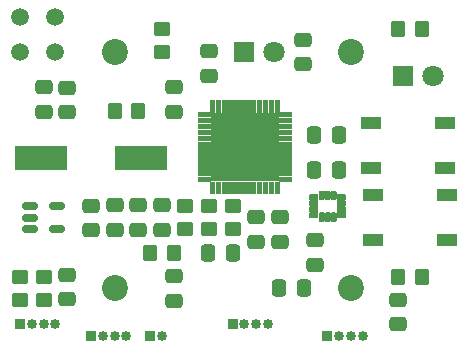
<source format=gbr>
%TF.GenerationSoftware,KiCad,Pcbnew,8.0.8*%
%TF.CreationDate,2025-08-03T10:40:01+05:30*%
%TF.ProjectId,THRUST FC,54485255-5354-4204-9643-2e6b69636164,rev?*%
%TF.SameCoordinates,Original*%
%TF.FileFunction,Soldermask,Top*%
%TF.FilePolarity,Negative*%
%FSLAX46Y46*%
G04 Gerber Fmt 4.6, Leading zero omitted, Abs format (unit mm)*
G04 Created by KiCad (PCBNEW 8.0.8) date 2025-08-03 10:40:01*
%MOMM*%
%LPD*%
G01*
G04 APERTURE LIST*
G04 Aperture macros list*
%AMRoundRect*
0 Rectangle with rounded corners*
0 $1 Rounding radius*
0 $2 $3 $4 $5 $6 $7 $8 $9 X,Y pos of 4 corners*
0 Add a 4 corners polygon primitive as box body*
4,1,4,$2,$3,$4,$5,$6,$7,$8,$9,$2,$3,0*
0 Add four circle primitives for the rounded corners*
1,1,$1+$1,$2,$3*
1,1,$1+$1,$4,$5*
1,1,$1+$1,$6,$7*
1,1,$1+$1,$8,$9*
0 Add four rect primitives between the rounded corners*
20,1,$1+$1,$2,$3,$4,$5,0*
20,1,$1+$1,$4,$5,$6,$7,0*
20,1,$1+$1,$6,$7,$8,$9,0*
20,1,$1+$1,$8,$9,$2,$3,0*%
G04 Aperture macros list end*
%ADD10C,0.010000*%
%ADD11R,4.500000X2.000000*%
%ADD12RoundRect,0.250000X0.337500X0.475000X-0.337500X0.475000X-0.337500X-0.475000X0.337500X-0.475000X0*%
%ADD13RoundRect,0.250000X0.450000X-0.350000X0.450000X0.350000X-0.450000X0.350000X-0.450000X-0.350000X0*%
%ADD14RoundRect,0.250000X-0.475000X0.337500X-0.475000X-0.337500X0.475000X-0.337500X0.475000X0.337500X0*%
%ADD15RoundRect,0.250000X-0.350000X-0.450000X0.350000X-0.450000X0.350000X0.450000X-0.350000X0.450000X0*%
%ADD16R,1.800000X1.800000*%
%ADD17C,1.800000*%
%ADD18C,2.200000*%
%ADD19RoundRect,0.250000X0.475000X-0.337500X0.475000X0.337500X-0.475000X0.337500X-0.475000X-0.337500X0*%
%ADD20C,1.500000*%
%ADD21R,0.850000X0.850000*%
%ADD22O,0.850000X0.850000*%
%ADD23R,1.700000X1.000000*%
%ADD24RoundRect,0.250000X-0.450000X0.350000X-0.450000X-0.350000X0.450000X-0.350000X0.450000X0.350000X0*%
%ADD25RoundRect,0.150000X-0.512500X-0.150000X0.512500X-0.150000X0.512500X0.150000X-0.512500X0.150000X0*%
%ADD26RoundRect,0.250000X-0.337500X-0.475000X0.337500X-0.475000X0.337500X0.475000X-0.337500X0.475000X0*%
G04 APERTURE END LIST*
D10*
%TO.C,U1*%
X116045000Y-91435000D02*
X115085000Y-91435000D01*
X115085000Y-91065000D01*
X116045000Y-91065000D01*
X116045000Y-91435000D01*
G36*
X116045000Y-91435000D02*
G01*
X115085000Y-91435000D01*
X115085000Y-91065000D01*
X116045000Y-91065000D01*
X116045000Y-91435000D01*
G37*
X116045000Y-91935000D02*
X115085000Y-91935000D01*
X115085000Y-91565000D01*
X116045000Y-91565000D01*
X116045000Y-91935000D01*
G36*
X116045000Y-91935000D02*
G01*
X115085000Y-91935000D01*
X115085000Y-91565000D01*
X116045000Y-91565000D01*
X116045000Y-91935000D01*
G37*
X116045000Y-92435000D02*
X115085000Y-92435000D01*
X115085000Y-92065000D01*
X116045000Y-92065000D01*
X116045000Y-92435000D01*
G36*
X116045000Y-92435000D02*
G01*
X115085000Y-92435000D01*
X115085000Y-92065000D01*
X116045000Y-92065000D01*
X116045000Y-92435000D01*
G37*
X116045000Y-92935000D02*
X115085000Y-92935000D01*
X115085000Y-92565000D01*
X116045000Y-92565000D01*
X116045000Y-92935000D01*
G36*
X116045000Y-92935000D02*
G01*
X115085000Y-92935000D01*
X115085000Y-92565000D01*
X116045000Y-92565000D01*
X116045000Y-92935000D01*
G37*
X116045000Y-93435000D02*
X115085000Y-93435000D01*
X115085000Y-93065000D01*
X116045000Y-93065000D01*
X116045000Y-93435000D01*
G36*
X116045000Y-93435000D02*
G01*
X115085000Y-93435000D01*
X115085000Y-93065000D01*
X116045000Y-93065000D01*
X116045000Y-93435000D01*
G37*
X116045000Y-93935000D02*
X115085000Y-93935000D01*
X115085000Y-93565000D01*
X116045000Y-93565000D01*
X116045000Y-93935000D01*
G36*
X116045000Y-93935000D02*
G01*
X115085000Y-93935000D01*
X115085000Y-93565000D01*
X116045000Y-93565000D01*
X116045000Y-93935000D01*
G37*
X116045000Y-94435000D02*
X115085000Y-94435000D01*
X115085000Y-94065000D01*
X116045000Y-94065000D01*
X116045000Y-94435000D01*
G36*
X116045000Y-94435000D02*
G01*
X115085000Y-94435000D01*
X115085000Y-94065000D01*
X116045000Y-94065000D01*
X116045000Y-94435000D01*
G37*
X116045000Y-94935000D02*
X115085000Y-94935000D01*
X115085000Y-94565000D01*
X116045000Y-94565000D01*
X116045000Y-94935000D01*
G36*
X116045000Y-94935000D02*
G01*
X115085000Y-94935000D01*
X115085000Y-94565000D01*
X116045000Y-94565000D01*
X116045000Y-94935000D01*
G37*
X116045000Y-95435000D02*
X115085000Y-95435000D01*
X115085000Y-95065000D01*
X116045000Y-95065000D01*
X116045000Y-95435000D01*
G36*
X116045000Y-95435000D02*
G01*
X115085000Y-95435000D01*
X115085000Y-95065000D01*
X116045000Y-95065000D01*
X116045000Y-95435000D01*
G37*
X116045000Y-95935000D02*
X115085000Y-95935000D01*
X115085000Y-95565000D01*
X116045000Y-95565000D01*
X116045000Y-95935000D01*
G36*
X116045000Y-95935000D02*
G01*
X115085000Y-95935000D01*
X115085000Y-95565000D01*
X116045000Y-95565000D01*
X116045000Y-95935000D01*
G37*
X116045000Y-96435000D02*
X115085000Y-96435000D01*
X115085000Y-96065000D01*
X116045000Y-96065000D01*
X116045000Y-96435000D01*
G36*
X116045000Y-96435000D02*
G01*
X115085000Y-96435000D01*
X115085000Y-96065000D01*
X116045000Y-96065000D01*
X116045000Y-96435000D01*
G37*
X116045000Y-96935000D02*
X115085000Y-96935000D01*
X115085000Y-96565000D01*
X116045000Y-96565000D01*
X116045000Y-96935000D01*
G36*
X116045000Y-96935000D02*
G01*
X115085000Y-96935000D01*
X115085000Y-96565000D01*
X116045000Y-96565000D01*
X116045000Y-96935000D01*
G37*
X116435000Y-91045000D02*
X116065000Y-91045000D01*
X116065000Y-90085000D01*
X116435000Y-90085000D01*
X116435000Y-91045000D01*
G36*
X116435000Y-91045000D02*
G01*
X116065000Y-91045000D01*
X116065000Y-90085000D01*
X116435000Y-90085000D01*
X116435000Y-91045000D01*
G37*
X116435000Y-97915000D02*
X116065000Y-97915000D01*
X116065000Y-96955000D01*
X116435000Y-96955000D01*
X116435000Y-97915000D01*
G36*
X116435000Y-97915000D02*
G01*
X116065000Y-97915000D01*
X116065000Y-96955000D01*
X116435000Y-96955000D01*
X116435000Y-97915000D01*
G37*
X121850000Y-96850000D02*
X116150000Y-96850000D01*
X116150000Y-91150000D01*
X121850000Y-91150000D01*
X121850000Y-96850000D01*
G36*
X121850000Y-96850000D02*
G01*
X116150000Y-96850000D01*
X116150000Y-91150000D01*
X121850000Y-91150000D01*
X121850000Y-96850000D01*
G37*
X116935000Y-91045000D02*
X116565000Y-91045000D01*
X116565000Y-90085000D01*
X116935000Y-90085000D01*
X116935000Y-91045000D01*
G36*
X116935000Y-91045000D02*
G01*
X116565000Y-91045000D01*
X116565000Y-90085000D01*
X116935000Y-90085000D01*
X116935000Y-91045000D01*
G37*
X116935000Y-97915000D02*
X116565000Y-97915000D01*
X116565000Y-96955000D01*
X116935000Y-96955000D01*
X116935000Y-97915000D01*
G36*
X116935000Y-97915000D02*
G01*
X116565000Y-97915000D01*
X116565000Y-96955000D01*
X116935000Y-96955000D01*
X116935000Y-97915000D01*
G37*
X117435000Y-91045000D02*
X117065000Y-91045000D01*
X117065000Y-90085000D01*
X117435000Y-90085000D01*
X117435000Y-91045000D01*
G36*
X117435000Y-91045000D02*
G01*
X117065000Y-91045000D01*
X117065000Y-90085000D01*
X117435000Y-90085000D01*
X117435000Y-91045000D01*
G37*
X117435000Y-97915000D02*
X117065000Y-97915000D01*
X117065000Y-96955000D01*
X117435000Y-96955000D01*
X117435000Y-97915000D01*
G36*
X117435000Y-97915000D02*
G01*
X117065000Y-97915000D01*
X117065000Y-96955000D01*
X117435000Y-96955000D01*
X117435000Y-97915000D01*
G37*
X117935000Y-91045000D02*
X117565000Y-91045000D01*
X117565000Y-90085000D01*
X117935000Y-90085000D01*
X117935000Y-91045000D01*
G36*
X117935000Y-91045000D02*
G01*
X117565000Y-91045000D01*
X117565000Y-90085000D01*
X117935000Y-90085000D01*
X117935000Y-91045000D01*
G37*
X117935000Y-97915000D02*
X117565000Y-97915000D01*
X117565000Y-96955000D01*
X117935000Y-96955000D01*
X117935000Y-97915000D01*
G36*
X117935000Y-97915000D02*
G01*
X117565000Y-97915000D01*
X117565000Y-96955000D01*
X117935000Y-96955000D01*
X117935000Y-97915000D01*
G37*
X118435000Y-91045000D02*
X118065000Y-91045000D01*
X118065000Y-90085000D01*
X118435000Y-90085000D01*
X118435000Y-91045000D01*
G36*
X118435000Y-91045000D02*
G01*
X118065000Y-91045000D01*
X118065000Y-90085000D01*
X118435000Y-90085000D01*
X118435000Y-91045000D01*
G37*
X118435000Y-97915000D02*
X118065000Y-97915000D01*
X118065000Y-96955000D01*
X118435000Y-96955000D01*
X118435000Y-97915000D01*
G36*
X118435000Y-97915000D02*
G01*
X118065000Y-97915000D01*
X118065000Y-96955000D01*
X118435000Y-96955000D01*
X118435000Y-97915000D01*
G37*
X118935000Y-91045000D02*
X118565000Y-91045000D01*
X118565000Y-90085000D01*
X118935000Y-90085000D01*
X118935000Y-91045000D01*
G36*
X118935000Y-91045000D02*
G01*
X118565000Y-91045000D01*
X118565000Y-90085000D01*
X118935000Y-90085000D01*
X118935000Y-91045000D01*
G37*
X118935000Y-97915000D02*
X118565000Y-97915000D01*
X118565000Y-96955000D01*
X118935000Y-96955000D01*
X118935000Y-97915000D01*
G36*
X118935000Y-97915000D02*
G01*
X118565000Y-97915000D01*
X118565000Y-96955000D01*
X118935000Y-96955000D01*
X118935000Y-97915000D01*
G37*
X119435000Y-91045000D02*
X119065000Y-91045000D01*
X119065000Y-90085000D01*
X119435000Y-90085000D01*
X119435000Y-91045000D01*
G36*
X119435000Y-91045000D02*
G01*
X119065000Y-91045000D01*
X119065000Y-90085000D01*
X119435000Y-90085000D01*
X119435000Y-91045000D01*
G37*
X119435000Y-97915000D02*
X119065000Y-97915000D01*
X119065000Y-96955000D01*
X119435000Y-96955000D01*
X119435000Y-97915000D01*
G36*
X119435000Y-97915000D02*
G01*
X119065000Y-97915000D01*
X119065000Y-96955000D01*
X119435000Y-96955000D01*
X119435000Y-97915000D01*
G37*
X119935000Y-91045000D02*
X119565000Y-91045000D01*
X119565000Y-90085000D01*
X119935000Y-90085000D01*
X119935000Y-91045000D01*
G36*
X119935000Y-91045000D02*
G01*
X119565000Y-91045000D01*
X119565000Y-90085000D01*
X119935000Y-90085000D01*
X119935000Y-91045000D01*
G37*
X119935000Y-97915000D02*
X119565000Y-97915000D01*
X119565000Y-96955000D01*
X119935000Y-96955000D01*
X119935000Y-97915000D01*
G36*
X119935000Y-97915000D02*
G01*
X119565000Y-97915000D01*
X119565000Y-96955000D01*
X119935000Y-96955000D01*
X119935000Y-97915000D01*
G37*
X120435000Y-91045000D02*
X120065000Y-91045000D01*
X120065000Y-90085000D01*
X120435000Y-90085000D01*
X120435000Y-91045000D01*
G36*
X120435000Y-91045000D02*
G01*
X120065000Y-91045000D01*
X120065000Y-90085000D01*
X120435000Y-90085000D01*
X120435000Y-91045000D01*
G37*
X120435000Y-97915000D02*
X120065000Y-97915000D01*
X120065000Y-96955000D01*
X120435000Y-96955000D01*
X120435000Y-97915000D01*
G36*
X120435000Y-97915000D02*
G01*
X120065000Y-97915000D01*
X120065000Y-96955000D01*
X120435000Y-96955000D01*
X120435000Y-97915000D01*
G37*
X120935000Y-91045000D02*
X120565000Y-91045000D01*
X120565000Y-90085000D01*
X120935000Y-90085000D01*
X120935000Y-91045000D01*
G36*
X120935000Y-91045000D02*
G01*
X120565000Y-91045000D01*
X120565000Y-90085000D01*
X120935000Y-90085000D01*
X120935000Y-91045000D01*
G37*
X120935000Y-97915000D02*
X120565000Y-97915000D01*
X120565000Y-96955000D01*
X120935000Y-96955000D01*
X120935000Y-97915000D01*
G36*
X120935000Y-97915000D02*
G01*
X120565000Y-97915000D01*
X120565000Y-96955000D01*
X120935000Y-96955000D01*
X120935000Y-97915000D01*
G37*
X121435000Y-91045000D02*
X121065000Y-91045000D01*
X121065000Y-90085000D01*
X121435000Y-90085000D01*
X121435000Y-91045000D01*
G36*
X121435000Y-91045000D02*
G01*
X121065000Y-91045000D01*
X121065000Y-90085000D01*
X121435000Y-90085000D01*
X121435000Y-91045000D01*
G37*
X121435000Y-97915000D02*
X121065000Y-97915000D01*
X121065000Y-96955000D01*
X121435000Y-96955000D01*
X121435000Y-97915000D01*
G36*
X121435000Y-97915000D02*
G01*
X121065000Y-97915000D01*
X121065000Y-96955000D01*
X121435000Y-96955000D01*
X121435000Y-97915000D01*
G37*
X121935000Y-91045000D02*
X121565000Y-91045000D01*
X121565000Y-90085000D01*
X121935000Y-90085000D01*
X121935000Y-91045000D01*
G36*
X121935000Y-91045000D02*
G01*
X121565000Y-91045000D01*
X121565000Y-90085000D01*
X121935000Y-90085000D01*
X121935000Y-91045000D01*
G37*
X121935000Y-97915000D02*
X121565000Y-97915000D01*
X121565000Y-96955000D01*
X121935000Y-96955000D01*
X121935000Y-97915000D01*
G36*
X121935000Y-97915000D02*
G01*
X121565000Y-97915000D01*
X121565000Y-96955000D01*
X121935000Y-96955000D01*
X121935000Y-97915000D01*
G37*
X122915000Y-91435000D02*
X121955000Y-91435000D01*
X121955000Y-91065000D01*
X122915000Y-91065000D01*
X122915000Y-91435000D01*
G36*
X122915000Y-91435000D02*
G01*
X121955000Y-91435000D01*
X121955000Y-91065000D01*
X122915000Y-91065000D01*
X122915000Y-91435000D01*
G37*
X122915000Y-91935000D02*
X121955000Y-91935000D01*
X121955000Y-91565000D01*
X122915000Y-91565000D01*
X122915000Y-91935000D01*
G36*
X122915000Y-91935000D02*
G01*
X121955000Y-91935000D01*
X121955000Y-91565000D01*
X122915000Y-91565000D01*
X122915000Y-91935000D01*
G37*
X122915000Y-92435000D02*
X121955000Y-92435000D01*
X121955000Y-92065000D01*
X122915000Y-92065000D01*
X122915000Y-92435000D01*
G36*
X122915000Y-92435000D02*
G01*
X121955000Y-92435000D01*
X121955000Y-92065000D01*
X122915000Y-92065000D01*
X122915000Y-92435000D01*
G37*
X122915000Y-92935000D02*
X121955000Y-92935000D01*
X121955000Y-92565000D01*
X122915000Y-92565000D01*
X122915000Y-92935000D01*
G36*
X122915000Y-92935000D02*
G01*
X121955000Y-92935000D01*
X121955000Y-92565000D01*
X122915000Y-92565000D01*
X122915000Y-92935000D01*
G37*
X122915000Y-93435000D02*
X121955000Y-93435000D01*
X121955000Y-93065000D01*
X122915000Y-93065000D01*
X122915000Y-93435000D01*
G36*
X122915000Y-93435000D02*
G01*
X121955000Y-93435000D01*
X121955000Y-93065000D01*
X122915000Y-93065000D01*
X122915000Y-93435000D01*
G37*
X122915000Y-93935000D02*
X121955000Y-93935000D01*
X121955000Y-93565000D01*
X122915000Y-93565000D01*
X122915000Y-93935000D01*
G36*
X122915000Y-93935000D02*
G01*
X121955000Y-93935000D01*
X121955000Y-93565000D01*
X122915000Y-93565000D01*
X122915000Y-93935000D01*
G37*
X122915000Y-94435000D02*
X121955000Y-94435000D01*
X121955000Y-94065000D01*
X122915000Y-94065000D01*
X122915000Y-94435000D01*
G36*
X122915000Y-94435000D02*
G01*
X121955000Y-94435000D01*
X121955000Y-94065000D01*
X122915000Y-94065000D01*
X122915000Y-94435000D01*
G37*
X122915000Y-94935000D02*
X121955000Y-94935000D01*
X121955000Y-94565000D01*
X122915000Y-94565000D01*
X122915000Y-94935000D01*
G36*
X122915000Y-94935000D02*
G01*
X121955000Y-94935000D01*
X121955000Y-94565000D01*
X122915000Y-94565000D01*
X122915000Y-94935000D01*
G37*
X122915000Y-95435000D02*
X121955000Y-95435000D01*
X121955000Y-95065000D01*
X122915000Y-95065000D01*
X122915000Y-95435000D01*
G36*
X122915000Y-95435000D02*
G01*
X121955000Y-95435000D01*
X121955000Y-95065000D01*
X122915000Y-95065000D01*
X122915000Y-95435000D01*
G37*
X122915000Y-95935000D02*
X121955000Y-95935000D01*
X121955000Y-95565000D01*
X122915000Y-95565000D01*
X122915000Y-95935000D01*
G36*
X122915000Y-95935000D02*
G01*
X121955000Y-95935000D01*
X121955000Y-95565000D01*
X122915000Y-95565000D01*
X122915000Y-95935000D01*
G37*
X122915000Y-96435000D02*
X121955000Y-96435000D01*
X121955000Y-96065000D01*
X122915000Y-96065000D01*
X122915000Y-96435000D01*
G36*
X122915000Y-96435000D02*
G01*
X121955000Y-96435000D01*
X121955000Y-96065000D01*
X122915000Y-96065000D01*
X122915000Y-96435000D01*
G37*
X122915000Y-96935000D02*
X121955000Y-96935000D01*
X121955000Y-96565000D01*
X122915000Y-96565000D01*
X122915000Y-96935000D01*
G36*
X122915000Y-96935000D02*
G01*
X121955000Y-96935000D01*
X121955000Y-96565000D01*
X122915000Y-96565000D01*
X122915000Y-96935000D01*
G37*
%TO.C,U3*%
X125068000Y-98026000D02*
X125075001Y-98027000D01*
X125081000Y-98028000D01*
X125087000Y-98029000D01*
X125094000Y-98031000D01*
X125100000Y-98033000D01*
X125106000Y-98036001D01*
X125111999Y-98039000D01*
X125118001Y-98042000D01*
X125123000Y-98045000D01*
X125128000Y-98049000D01*
X125134000Y-98053000D01*
X125139000Y-98057000D01*
X125143000Y-98062000D01*
X125148000Y-98066000D01*
X125152000Y-98070999D01*
X125156000Y-98077001D01*
X125160000Y-98082000D01*
X125163000Y-98088000D01*
X125166000Y-98093000D01*
X125169000Y-98099000D01*
X125172000Y-98105000D01*
X125174000Y-98111000D01*
X125176000Y-98118000D01*
X125177000Y-98124000D01*
X125178000Y-98130000D01*
X125179000Y-98137000D01*
X125180000Y-98143000D01*
X125180000Y-98150000D01*
X125180000Y-98349999D01*
X125180000Y-98357000D01*
X125179000Y-98363000D01*
X125178000Y-98370000D01*
X125177000Y-98376000D01*
X125176000Y-98382000D01*
X125174000Y-98389000D01*
X125172000Y-98395000D01*
X125169000Y-98401000D01*
X125166000Y-98407000D01*
X125163000Y-98412000D01*
X125160000Y-98418000D01*
X125156001Y-98423000D01*
X125152000Y-98428999D01*
X125148000Y-98434001D01*
X125143000Y-98438000D01*
X125139000Y-98443000D01*
X125134000Y-98447000D01*
X125128000Y-98451000D01*
X125123000Y-98455000D01*
X125118000Y-98458000D01*
X125111999Y-98461000D01*
X125106000Y-98464000D01*
X125100000Y-98467000D01*
X125094000Y-98469000D01*
X125087000Y-98471000D01*
X125081000Y-98472001D01*
X125075000Y-98473001D01*
X125068000Y-98474000D01*
X125062000Y-98475000D01*
X125055000Y-98475000D01*
X124615000Y-98475000D01*
X124608000Y-98475000D01*
X124601999Y-98474000D01*
X124595000Y-98473000D01*
X124589000Y-98472000D01*
X124583000Y-98471000D01*
X124576000Y-98469001D01*
X124570001Y-98467000D01*
X124564001Y-98464000D01*
X124558000Y-98461000D01*
X124552000Y-98458000D01*
X124547000Y-98455000D01*
X124542000Y-98451000D01*
X124536000Y-98447000D01*
X124531000Y-98443000D01*
X124527001Y-98438000D01*
X124521999Y-98434000D01*
X124518000Y-98428999D01*
X124514000Y-98423000D01*
X124510000Y-98418000D01*
X124507000Y-98412000D01*
X124504000Y-98407000D01*
X124501000Y-98401000D01*
X124498000Y-98395000D01*
X124496000Y-98388999D01*
X124494000Y-98382000D01*
X124493000Y-98376000D01*
X124492000Y-98370000D01*
X124491000Y-98363000D01*
X124490000Y-98357000D01*
X124490001Y-98350000D01*
X124490001Y-98150000D01*
X124490000Y-98143000D01*
X124491000Y-98137000D01*
X124492000Y-98130000D01*
X124493000Y-98124000D01*
X124494000Y-98118000D01*
X124496000Y-98111000D01*
X124498000Y-98105000D01*
X124501000Y-98099000D01*
X124504000Y-98093000D01*
X124507000Y-98088000D01*
X124510000Y-98082000D01*
X124514000Y-98077001D01*
X124518000Y-98070999D01*
X124521999Y-98066000D01*
X124527000Y-98062000D01*
X124531000Y-98057000D01*
X124536000Y-98053000D01*
X124542000Y-98049000D01*
X124547000Y-98045000D01*
X124552000Y-98042000D01*
X124557999Y-98039000D01*
X124564000Y-98036001D01*
X124570001Y-98033000D01*
X124576000Y-98031000D01*
X124583000Y-98029000D01*
X124589000Y-98028000D01*
X124595000Y-98027000D01*
X124601999Y-98026000D01*
X124608000Y-98025000D01*
X124615000Y-98025000D01*
X125055000Y-98025000D01*
X125062000Y-98025000D01*
X125068000Y-98026000D01*
G36*
X125068000Y-98026000D02*
G01*
X125075001Y-98027000D01*
X125081000Y-98028000D01*
X125087000Y-98029000D01*
X125094000Y-98031000D01*
X125100000Y-98033000D01*
X125106000Y-98036001D01*
X125111999Y-98039000D01*
X125118001Y-98042000D01*
X125123000Y-98045000D01*
X125128000Y-98049000D01*
X125134000Y-98053000D01*
X125139000Y-98057000D01*
X125143000Y-98062000D01*
X125148000Y-98066000D01*
X125152000Y-98070999D01*
X125156000Y-98077001D01*
X125160000Y-98082000D01*
X125163000Y-98088000D01*
X125166000Y-98093000D01*
X125169000Y-98099000D01*
X125172000Y-98105000D01*
X125174000Y-98111000D01*
X125176000Y-98118000D01*
X125177000Y-98124000D01*
X125178000Y-98130000D01*
X125179000Y-98137000D01*
X125180000Y-98143000D01*
X125180000Y-98150000D01*
X125180000Y-98349999D01*
X125180000Y-98357000D01*
X125179000Y-98363000D01*
X125178000Y-98370000D01*
X125177000Y-98376000D01*
X125176000Y-98382000D01*
X125174000Y-98389000D01*
X125172000Y-98395000D01*
X125169000Y-98401000D01*
X125166000Y-98407000D01*
X125163000Y-98412000D01*
X125160000Y-98418000D01*
X125156001Y-98423000D01*
X125152000Y-98428999D01*
X125148000Y-98434001D01*
X125143000Y-98438000D01*
X125139000Y-98443000D01*
X125134000Y-98447000D01*
X125128000Y-98451000D01*
X125123000Y-98455000D01*
X125118000Y-98458000D01*
X125111999Y-98461000D01*
X125106000Y-98464000D01*
X125100000Y-98467000D01*
X125094000Y-98469000D01*
X125087000Y-98471000D01*
X125081000Y-98472001D01*
X125075000Y-98473001D01*
X125068000Y-98474000D01*
X125062000Y-98475000D01*
X125055000Y-98475000D01*
X124615000Y-98475000D01*
X124608000Y-98475000D01*
X124601999Y-98474000D01*
X124595000Y-98473000D01*
X124589000Y-98472000D01*
X124583000Y-98471000D01*
X124576000Y-98469001D01*
X124570001Y-98467000D01*
X124564001Y-98464000D01*
X124558000Y-98461000D01*
X124552000Y-98458000D01*
X124547000Y-98455000D01*
X124542000Y-98451000D01*
X124536000Y-98447000D01*
X124531000Y-98443000D01*
X124527001Y-98438000D01*
X124521999Y-98434000D01*
X124518000Y-98428999D01*
X124514000Y-98423000D01*
X124510000Y-98418000D01*
X124507000Y-98412000D01*
X124504000Y-98407000D01*
X124501000Y-98401000D01*
X124498000Y-98395000D01*
X124496000Y-98388999D01*
X124494000Y-98382000D01*
X124493000Y-98376000D01*
X124492000Y-98370000D01*
X124491000Y-98363000D01*
X124490000Y-98357000D01*
X124490001Y-98350000D01*
X124490001Y-98150000D01*
X124490000Y-98143000D01*
X124491000Y-98137000D01*
X124492000Y-98130000D01*
X124493000Y-98124000D01*
X124494000Y-98118000D01*
X124496000Y-98111000D01*
X124498000Y-98105000D01*
X124501000Y-98099000D01*
X124504000Y-98093000D01*
X124507000Y-98088000D01*
X124510000Y-98082000D01*
X124514000Y-98077001D01*
X124518000Y-98070999D01*
X124521999Y-98066000D01*
X124527000Y-98062000D01*
X124531000Y-98057000D01*
X124536000Y-98053000D01*
X124542000Y-98049000D01*
X124547000Y-98045000D01*
X124552000Y-98042000D01*
X124557999Y-98039000D01*
X124564000Y-98036001D01*
X124570001Y-98033000D01*
X124576000Y-98031000D01*
X124583000Y-98029000D01*
X124589000Y-98028000D01*
X124595000Y-98027000D01*
X124601999Y-98026000D01*
X124608000Y-98025000D01*
X124615000Y-98025000D01*
X125055000Y-98025000D01*
X125062000Y-98025000D01*
X125068000Y-98026000D01*
G37*
X125068000Y-98526000D02*
X125075000Y-98527000D01*
X125081000Y-98528000D01*
X125087000Y-98529000D01*
X125094000Y-98531000D01*
X125100000Y-98533000D01*
X125106000Y-98536000D01*
X125111999Y-98539000D01*
X125118001Y-98542000D01*
X125123000Y-98544999D01*
X125128000Y-98549000D01*
X125134000Y-98553000D01*
X125139000Y-98557000D01*
X125143000Y-98562000D01*
X125148000Y-98566000D01*
X125152000Y-98571000D01*
X125156001Y-98577000D01*
X125160000Y-98582000D01*
X125163000Y-98588001D01*
X125166000Y-98593000D01*
X125169000Y-98599000D01*
X125172000Y-98605000D01*
X125174000Y-98611000D01*
X125176000Y-98618000D01*
X125177000Y-98624000D01*
X125178000Y-98630000D01*
X125179000Y-98637000D01*
X125180000Y-98643000D01*
X125180000Y-98650000D01*
X125180000Y-98850000D01*
X125180000Y-98857000D01*
X125179000Y-98863000D01*
X125178000Y-98870000D01*
X125177000Y-98876000D01*
X125176000Y-98882000D01*
X125174000Y-98889000D01*
X125172000Y-98895000D01*
X125169000Y-98901000D01*
X125166000Y-98907000D01*
X125163000Y-98912000D01*
X125160000Y-98918000D01*
X125156000Y-98923000D01*
X125152000Y-98929000D01*
X125148000Y-98934000D01*
X125143000Y-98938000D01*
X125139000Y-98943000D01*
X125134000Y-98947000D01*
X125128000Y-98951000D01*
X125123000Y-98955000D01*
X125118000Y-98958000D01*
X125112000Y-98961000D01*
X125106000Y-98964000D01*
X125100000Y-98967000D01*
X125094000Y-98969000D01*
X125087000Y-98971000D01*
X125081000Y-98972000D01*
X125075001Y-98973000D01*
X125068000Y-98974000D01*
X125062000Y-98975000D01*
X125055000Y-98975000D01*
X124615000Y-98975000D01*
X124608000Y-98975000D01*
X124602000Y-98973999D01*
X124595000Y-98973000D01*
X124589000Y-98972000D01*
X124583000Y-98971000D01*
X124576000Y-98969000D01*
X124570000Y-98967000D01*
X124564000Y-98964000D01*
X124558000Y-98961000D01*
X124552000Y-98958000D01*
X124547000Y-98955000D01*
X124542000Y-98951000D01*
X124536000Y-98947000D01*
X124531000Y-98943001D01*
X124527001Y-98938000D01*
X124522000Y-98933999D01*
X124518000Y-98929000D01*
X124514000Y-98923000D01*
X124510000Y-98918000D01*
X124507000Y-98912000D01*
X124504000Y-98907000D01*
X124501000Y-98901000D01*
X124498000Y-98895000D01*
X124496000Y-98889000D01*
X124494000Y-98882000D01*
X124493000Y-98876000D01*
X124492000Y-98870000D01*
X124491000Y-98863001D01*
X124490000Y-98857000D01*
X124490000Y-98850000D01*
X124490000Y-98650000D01*
X124490000Y-98643000D01*
X124491000Y-98637000D01*
X124492000Y-98630001D01*
X124493000Y-98623999D01*
X124494000Y-98618000D01*
X124496000Y-98611000D01*
X124498000Y-98605000D01*
X124501000Y-98599000D01*
X124504000Y-98593000D01*
X124507000Y-98588000D01*
X124510000Y-98582000D01*
X124514000Y-98577000D01*
X124518000Y-98571000D01*
X124522000Y-98566000D01*
X124527000Y-98562000D01*
X124531000Y-98557000D01*
X124536000Y-98553000D01*
X124542000Y-98549000D01*
X124547000Y-98545000D01*
X124552000Y-98542000D01*
X124558000Y-98539000D01*
X124564001Y-98536000D01*
X124570000Y-98533000D01*
X124576000Y-98531000D01*
X124583000Y-98529000D01*
X124589000Y-98528000D01*
X124595000Y-98527000D01*
X124602000Y-98526000D01*
X124608000Y-98525000D01*
X124615000Y-98525000D01*
X125055000Y-98525000D01*
X125062000Y-98525000D01*
X125068000Y-98526000D01*
G36*
X125068000Y-98526000D02*
G01*
X125075000Y-98527000D01*
X125081000Y-98528000D01*
X125087000Y-98529000D01*
X125094000Y-98531000D01*
X125100000Y-98533000D01*
X125106000Y-98536000D01*
X125111999Y-98539000D01*
X125118001Y-98542000D01*
X125123000Y-98544999D01*
X125128000Y-98549000D01*
X125134000Y-98553000D01*
X125139000Y-98557000D01*
X125143000Y-98562000D01*
X125148000Y-98566000D01*
X125152000Y-98571000D01*
X125156001Y-98577000D01*
X125160000Y-98582000D01*
X125163000Y-98588001D01*
X125166000Y-98593000D01*
X125169000Y-98599000D01*
X125172000Y-98605000D01*
X125174000Y-98611000D01*
X125176000Y-98618000D01*
X125177000Y-98624000D01*
X125178000Y-98630000D01*
X125179000Y-98637000D01*
X125180000Y-98643000D01*
X125180000Y-98650000D01*
X125180000Y-98850000D01*
X125180000Y-98857000D01*
X125179000Y-98863000D01*
X125178000Y-98870000D01*
X125177000Y-98876000D01*
X125176000Y-98882000D01*
X125174000Y-98889000D01*
X125172000Y-98895000D01*
X125169000Y-98901000D01*
X125166000Y-98907000D01*
X125163000Y-98912000D01*
X125160000Y-98918000D01*
X125156000Y-98923000D01*
X125152000Y-98929000D01*
X125148000Y-98934000D01*
X125143000Y-98938000D01*
X125139000Y-98943000D01*
X125134000Y-98947000D01*
X125128000Y-98951000D01*
X125123000Y-98955000D01*
X125118000Y-98958000D01*
X125112000Y-98961000D01*
X125106000Y-98964000D01*
X125100000Y-98967000D01*
X125094000Y-98969000D01*
X125087000Y-98971000D01*
X125081000Y-98972000D01*
X125075001Y-98973000D01*
X125068000Y-98974000D01*
X125062000Y-98975000D01*
X125055000Y-98975000D01*
X124615000Y-98975000D01*
X124608000Y-98975000D01*
X124602000Y-98973999D01*
X124595000Y-98973000D01*
X124589000Y-98972000D01*
X124583000Y-98971000D01*
X124576000Y-98969000D01*
X124570000Y-98967000D01*
X124564000Y-98964000D01*
X124558000Y-98961000D01*
X124552000Y-98958000D01*
X124547000Y-98955000D01*
X124542000Y-98951000D01*
X124536000Y-98947000D01*
X124531000Y-98943001D01*
X124527001Y-98938000D01*
X124522000Y-98933999D01*
X124518000Y-98929000D01*
X124514000Y-98923000D01*
X124510000Y-98918000D01*
X124507000Y-98912000D01*
X124504000Y-98907000D01*
X124501000Y-98901000D01*
X124498000Y-98895000D01*
X124496000Y-98889000D01*
X124494000Y-98882000D01*
X124493000Y-98876000D01*
X124492000Y-98870000D01*
X124491000Y-98863001D01*
X124490000Y-98857000D01*
X124490000Y-98850000D01*
X124490000Y-98650000D01*
X124490000Y-98643000D01*
X124491000Y-98637000D01*
X124492000Y-98630001D01*
X124493000Y-98623999D01*
X124494000Y-98618000D01*
X124496000Y-98611000D01*
X124498000Y-98605000D01*
X124501000Y-98599000D01*
X124504000Y-98593000D01*
X124507000Y-98588000D01*
X124510000Y-98582000D01*
X124514000Y-98577000D01*
X124518000Y-98571000D01*
X124522000Y-98566000D01*
X124527000Y-98562000D01*
X124531000Y-98557000D01*
X124536000Y-98553000D01*
X124542000Y-98549000D01*
X124547000Y-98545000D01*
X124552000Y-98542000D01*
X124558000Y-98539000D01*
X124564001Y-98536000D01*
X124570000Y-98533000D01*
X124576000Y-98531000D01*
X124583000Y-98529000D01*
X124589000Y-98528000D01*
X124595000Y-98527000D01*
X124602000Y-98526000D01*
X124608000Y-98525000D01*
X124615000Y-98525000D01*
X125055000Y-98525000D01*
X125062000Y-98525000D01*
X125068000Y-98526000D01*
G37*
X125068000Y-99026000D02*
X125075000Y-99027001D01*
X125081000Y-99028000D01*
X125087000Y-99029000D01*
X125094000Y-99031000D01*
X125100000Y-99033000D01*
X125106000Y-99036000D01*
X125112000Y-99039000D01*
X125118000Y-99042000D01*
X125123000Y-99045000D01*
X125128000Y-99049000D01*
X125134000Y-99053000D01*
X125139000Y-99057000D01*
X125143000Y-99062000D01*
X125148000Y-99066000D01*
X125152000Y-99071000D01*
X125156000Y-99077000D01*
X125160000Y-99082000D01*
X125163000Y-99088000D01*
X125166000Y-99093000D01*
X125169000Y-99099000D01*
X125172000Y-99105000D01*
X125174000Y-99111000D01*
X125176000Y-99118000D01*
X125177000Y-99124000D01*
X125178000Y-99130000D01*
X125179000Y-99137000D01*
X125180000Y-99143000D01*
X125180000Y-99150000D01*
X125180000Y-99350000D01*
X125180000Y-99357000D01*
X125179000Y-99363000D01*
X125178000Y-99370000D01*
X125177000Y-99376000D01*
X125176000Y-99382000D01*
X125174000Y-99389000D01*
X125172000Y-99395000D01*
X125169000Y-99401000D01*
X125166000Y-99407000D01*
X125163000Y-99411999D01*
X125160000Y-99418000D01*
X125156001Y-99423000D01*
X125152000Y-99429000D01*
X125148000Y-99434000D01*
X125143000Y-99438000D01*
X125139000Y-99443000D01*
X125134000Y-99447000D01*
X125128000Y-99451000D01*
X125123000Y-99455001D01*
X125118000Y-99458001D01*
X125111999Y-99461000D01*
X125106000Y-99464000D01*
X125100000Y-99467000D01*
X125094000Y-99469000D01*
X125087000Y-99471000D01*
X125081000Y-99472000D01*
X125075000Y-99473000D01*
X125068000Y-99474000D01*
X125062000Y-99475000D01*
X125055000Y-99475000D01*
X124615000Y-99475000D01*
X124608000Y-99475000D01*
X124602000Y-99474000D01*
X124595000Y-99473000D01*
X124589000Y-99472000D01*
X124583000Y-99471000D01*
X124576000Y-99469000D01*
X124570000Y-99467000D01*
X124564001Y-99464000D01*
X124558000Y-99461000D01*
X124552000Y-99458000D01*
X124547000Y-99455000D01*
X124542000Y-99451000D01*
X124536000Y-99447000D01*
X124531000Y-99443000D01*
X124527000Y-99438000D01*
X124522000Y-99434000D01*
X124518000Y-99429000D01*
X124514000Y-99423000D01*
X124510000Y-99418000D01*
X124507000Y-99412000D01*
X124504000Y-99407000D01*
X124501000Y-99401000D01*
X124498000Y-99395000D01*
X124496000Y-99389000D01*
X124494000Y-99382000D01*
X124493000Y-99376001D01*
X124492000Y-99369999D01*
X124491000Y-99363000D01*
X124490000Y-99357000D01*
X124490000Y-99350000D01*
X124490000Y-99150000D01*
X124490000Y-99143000D01*
X124491001Y-99137000D01*
X124492000Y-99130000D01*
X124493000Y-99124000D01*
X124494000Y-99118000D01*
X124496000Y-99111000D01*
X124498000Y-99105000D01*
X124501000Y-99099000D01*
X124504000Y-99093000D01*
X124507000Y-99088000D01*
X124510000Y-99082000D01*
X124514000Y-99077000D01*
X124518000Y-99071000D01*
X124521999Y-99066000D01*
X124527000Y-99062001D01*
X124531000Y-99056999D01*
X124536000Y-99053000D01*
X124542000Y-99049000D01*
X124547000Y-99045000D01*
X124552000Y-99042000D01*
X124558000Y-99039000D01*
X124564000Y-99036000D01*
X124570000Y-99033000D01*
X124576000Y-99031000D01*
X124583000Y-99029000D01*
X124589000Y-99028000D01*
X124595000Y-99027000D01*
X124601999Y-99026000D01*
X124608000Y-99025000D01*
X124615000Y-99025000D01*
X125055000Y-99025000D01*
X125062000Y-99025000D01*
X125068000Y-99026000D01*
G36*
X125068000Y-99026000D02*
G01*
X125075000Y-99027001D01*
X125081000Y-99028000D01*
X125087000Y-99029000D01*
X125094000Y-99031000D01*
X125100000Y-99033000D01*
X125106000Y-99036000D01*
X125112000Y-99039000D01*
X125118000Y-99042000D01*
X125123000Y-99045000D01*
X125128000Y-99049000D01*
X125134000Y-99053000D01*
X125139000Y-99057000D01*
X125143000Y-99062000D01*
X125148000Y-99066000D01*
X125152000Y-99071000D01*
X125156000Y-99077000D01*
X125160000Y-99082000D01*
X125163000Y-99088000D01*
X125166000Y-99093000D01*
X125169000Y-99099000D01*
X125172000Y-99105000D01*
X125174000Y-99111000D01*
X125176000Y-99118000D01*
X125177000Y-99124000D01*
X125178000Y-99130000D01*
X125179000Y-99137000D01*
X125180000Y-99143000D01*
X125180000Y-99150000D01*
X125180000Y-99350000D01*
X125180000Y-99357000D01*
X125179000Y-99363000D01*
X125178000Y-99370000D01*
X125177000Y-99376000D01*
X125176000Y-99382000D01*
X125174000Y-99389000D01*
X125172000Y-99395000D01*
X125169000Y-99401000D01*
X125166000Y-99407000D01*
X125163000Y-99411999D01*
X125160000Y-99418000D01*
X125156001Y-99423000D01*
X125152000Y-99429000D01*
X125148000Y-99434000D01*
X125143000Y-99438000D01*
X125139000Y-99443000D01*
X125134000Y-99447000D01*
X125128000Y-99451000D01*
X125123000Y-99455001D01*
X125118000Y-99458001D01*
X125111999Y-99461000D01*
X125106000Y-99464000D01*
X125100000Y-99467000D01*
X125094000Y-99469000D01*
X125087000Y-99471000D01*
X125081000Y-99472000D01*
X125075000Y-99473000D01*
X125068000Y-99474000D01*
X125062000Y-99475000D01*
X125055000Y-99475000D01*
X124615000Y-99475000D01*
X124608000Y-99475000D01*
X124602000Y-99474000D01*
X124595000Y-99473000D01*
X124589000Y-99472000D01*
X124583000Y-99471000D01*
X124576000Y-99469000D01*
X124570000Y-99467000D01*
X124564001Y-99464000D01*
X124558000Y-99461000D01*
X124552000Y-99458000D01*
X124547000Y-99455000D01*
X124542000Y-99451000D01*
X124536000Y-99447000D01*
X124531000Y-99443000D01*
X124527000Y-99438000D01*
X124522000Y-99434000D01*
X124518000Y-99429000D01*
X124514000Y-99423000D01*
X124510000Y-99418000D01*
X124507000Y-99412000D01*
X124504000Y-99407000D01*
X124501000Y-99401000D01*
X124498000Y-99395000D01*
X124496000Y-99389000D01*
X124494000Y-99382000D01*
X124493000Y-99376001D01*
X124492000Y-99369999D01*
X124491000Y-99363000D01*
X124490000Y-99357000D01*
X124490000Y-99350000D01*
X124490000Y-99150000D01*
X124490000Y-99143000D01*
X124491001Y-99137000D01*
X124492000Y-99130000D01*
X124493000Y-99124000D01*
X124494000Y-99118000D01*
X124496000Y-99111000D01*
X124498000Y-99105000D01*
X124501000Y-99099000D01*
X124504000Y-99093000D01*
X124507000Y-99088000D01*
X124510000Y-99082000D01*
X124514000Y-99077000D01*
X124518000Y-99071000D01*
X124521999Y-99066000D01*
X124527000Y-99062001D01*
X124531000Y-99056999D01*
X124536000Y-99053000D01*
X124542000Y-99049000D01*
X124547000Y-99045000D01*
X124552000Y-99042000D01*
X124558000Y-99039000D01*
X124564000Y-99036000D01*
X124570000Y-99033000D01*
X124576000Y-99031000D01*
X124583000Y-99029000D01*
X124589000Y-99028000D01*
X124595000Y-99027000D01*
X124601999Y-99026000D01*
X124608000Y-99025000D01*
X124615000Y-99025000D01*
X125055000Y-99025000D01*
X125062000Y-99025000D01*
X125068000Y-99026000D01*
G37*
X125068000Y-99526000D02*
X125075001Y-99527000D01*
X125081001Y-99528000D01*
X125087000Y-99529000D01*
X125094000Y-99531000D01*
X125100000Y-99533000D01*
X125106000Y-99536000D01*
X125111999Y-99539000D01*
X125118000Y-99542000D01*
X125123000Y-99545000D01*
X125128000Y-99549000D01*
X125134000Y-99553000D01*
X125139000Y-99557000D01*
X125143000Y-99562000D01*
X125148000Y-99565999D01*
X125151999Y-99571000D01*
X125156000Y-99577001D01*
X125160000Y-99582000D01*
X125163000Y-99588000D01*
X125166000Y-99593000D01*
X125169000Y-99599000D01*
X125172000Y-99605000D01*
X125174000Y-99611000D01*
X125176000Y-99618000D01*
X125177000Y-99624000D01*
X125178000Y-99630000D01*
X125179000Y-99637000D01*
X125180000Y-99643000D01*
X125180000Y-99650001D01*
X125180000Y-99850000D01*
X125180000Y-99857000D01*
X125179000Y-99863000D01*
X125178000Y-99870000D01*
X125177000Y-99876000D01*
X125176000Y-99882000D01*
X125174000Y-99889000D01*
X125172000Y-99895000D01*
X125169000Y-99901000D01*
X125166000Y-99907000D01*
X125163000Y-99912000D01*
X125160000Y-99918000D01*
X125156001Y-99923000D01*
X125151999Y-99929000D01*
X125148000Y-99934000D01*
X125143000Y-99938000D01*
X125139000Y-99943000D01*
X125134000Y-99947000D01*
X125128000Y-99951000D01*
X125123000Y-99955000D01*
X125118001Y-99958000D01*
X125112000Y-99960999D01*
X125106000Y-99963999D01*
X125100000Y-99967000D01*
X125094000Y-99969000D01*
X125087000Y-99971000D01*
X125081000Y-99972000D01*
X125075001Y-99973000D01*
X125068000Y-99974000D01*
X125062000Y-99975000D01*
X125055000Y-99975000D01*
X124615000Y-99975000D01*
X124608000Y-99975000D01*
X124601999Y-99974000D01*
X124595000Y-99973000D01*
X124589000Y-99972000D01*
X124583000Y-99971000D01*
X124576000Y-99969000D01*
X124570000Y-99967001D01*
X124564001Y-99964000D01*
X124558000Y-99960999D01*
X124552000Y-99958000D01*
X124547000Y-99955000D01*
X124542000Y-99951000D01*
X124536000Y-99947000D01*
X124531000Y-99943000D01*
X124527000Y-99938000D01*
X124521999Y-99934000D01*
X124517999Y-99929000D01*
X124514000Y-99922999D01*
X124510000Y-99918000D01*
X124507000Y-99912000D01*
X124504000Y-99907000D01*
X124501000Y-99901000D01*
X124498000Y-99895000D01*
X124496000Y-99889000D01*
X124494000Y-99882000D01*
X124493000Y-99876000D01*
X124492000Y-99870000D01*
X124491000Y-99863000D01*
X124490000Y-99857000D01*
X124490000Y-99850001D01*
X124490000Y-99650001D01*
X124490000Y-99643000D01*
X124491000Y-99637000D01*
X124492000Y-99630000D01*
X124493000Y-99624000D01*
X124494000Y-99618000D01*
X124496000Y-99611001D01*
X124498000Y-99605000D01*
X124501000Y-99599000D01*
X124504000Y-99593000D01*
X124507000Y-99588000D01*
X124510000Y-99582000D01*
X124514000Y-99577000D01*
X124517999Y-99571000D01*
X124522000Y-99565999D01*
X124527001Y-99562000D01*
X124531000Y-99557000D01*
X124536000Y-99553000D01*
X124542000Y-99549000D01*
X124547000Y-99545000D01*
X124552000Y-99542000D01*
X124558000Y-99539000D01*
X124564000Y-99536001D01*
X124570000Y-99533001D01*
X124576000Y-99530999D01*
X124583000Y-99529000D01*
X124589000Y-99528000D01*
X124595000Y-99527000D01*
X124602000Y-99525999D01*
X124608000Y-99525000D01*
X124615000Y-99525000D01*
X125055000Y-99525000D01*
X125062000Y-99525000D01*
X125068000Y-99526000D01*
G36*
X125068000Y-99526000D02*
G01*
X125075001Y-99527000D01*
X125081001Y-99528000D01*
X125087000Y-99529000D01*
X125094000Y-99531000D01*
X125100000Y-99533000D01*
X125106000Y-99536000D01*
X125111999Y-99539000D01*
X125118000Y-99542000D01*
X125123000Y-99545000D01*
X125128000Y-99549000D01*
X125134000Y-99553000D01*
X125139000Y-99557000D01*
X125143000Y-99562000D01*
X125148000Y-99565999D01*
X125151999Y-99571000D01*
X125156000Y-99577001D01*
X125160000Y-99582000D01*
X125163000Y-99588000D01*
X125166000Y-99593000D01*
X125169000Y-99599000D01*
X125172000Y-99605000D01*
X125174000Y-99611000D01*
X125176000Y-99618000D01*
X125177000Y-99624000D01*
X125178000Y-99630000D01*
X125179000Y-99637000D01*
X125180000Y-99643000D01*
X125180000Y-99650001D01*
X125180000Y-99850000D01*
X125180000Y-99857000D01*
X125179000Y-99863000D01*
X125178000Y-99870000D01*
X125177000Y-99876000D01*
X125176000Y-99882000D01*
X125174000Y-99889000D01*
X125172000Y-99895000D01*
X125169000Y-99901000D01*
X125166000Y-99907000D01*
X125163000Y-99912000D01*
X125160000Y-99918000D01*
X125156001Y-99923000D01*
X125151999Y-99929000D01*
X125148000Y-99934000D01*
X125143000Y-99938000D01*
X125139000Y-99943000D01*
X125134000Y-99947000D01*
X125128000Y-99951000D01*
X125123000Y-99955000D01*
X125118001Y-99958000D01*
X125112000Y-99960999D01*
X125106000Y-99963999D01*
X125100000Y-99967000D01*
X125094000Y-99969000D01*
X125087000Y-99971000D01*
X125081000Y-99972000D01*
X125075001Y-99973000D01*
X125068000Y-99974000D01*
X125062000Y-99975000D01*
X125055000Y-99975000D01*
X124615000Y-99975000D01*
X124608000Y-99975000D01*
X124601999Y-99974000D01*
X124595000Y-99973000D01*
X124589000Y-99972000D01*
X124583000Y-99971000D01*
X124576000Y-99969000D01*
X124570000Y-99967001D01*
X124564001Y-99964000D01*
X124558000Y-99960999D01*
X124552000Y-99958000D01*
X124547000Y-99955000D01*
X124542000Y-99951000D01*
X124536000Y-99947000D01*
X124531000Y-99943000D01*
X124527000Y-99938000D01*
X124521999Y-99934000D01*
X124517999Y-99929000D01*
X124514000Y-99922999D01*
X124510000Y-99918000D01*
X124507000Y-99912000D01*
X124504000Y-99907000D01*
X124501000Y-99901000D01*
X124498000Y-99895000D01*
X124496000Y-99889000D01*
X124494000Y-99882000D01*
X124493000Y-99876000D01*
X124492000Y-99870000D01*
X124491000Y-99863000D01*
X124490000Y-99857000D01*
X124490000Y-99850001D01*
X124490000Y-99650001D01*
X124490000Y-99643000D01*
X124491000Y-99637000D01*
X124492000Y-99630000D01*
X124493000Y-99624000D01*
X124494000Y-99618000D01*
X124496000Y-99611001D01*
X124498000Y-99605000D01*
X124501000Y-99599000D01*
X124504000Y-99593000D01*
X124507000Y-99588000D01*
X124510000Y-99582000D01*
X124514000Y-99577000D01*
X124517999Y-99571000D01*
X124522000Y-99565999D01*
X124527001Y-99562000D01*
X124531000Y-99557000D01*
X124536000Y-99553000D01*
X124542000Y-99549000D01*
X124547000Y-99545000D01*
X124552000Y-99542000D01*
X124558000Y-99539000D01*
X124564000Y-99536001D01*
X124570000Y-99533001D01*
X124576000Y-99530999D01*
X124583000Y-99529000D01*
X124589000Y-99528000D01*
X124595000Y-99527000D01*
X124602000Y-99525999D01*
X124608000Y-99525000D01*
X124615000Y-99525000D01*
X125055000Y-99525000D01*
X125062000Y-99525000D01*
X125068000Y-99526000D01*
G37*
X125613000Y-97741000D02*
X125620000Y-97742000D01*
X125626000Y-97743000D01*
X125632000Y-97744000D01*
X125639000Y-97746000D01*
X125645000Y-97748000D01*
X125651000Y-97751000D01*
X125657000Y-97754000D01*
X125662000Y-97756999D01*
X125668001Y-97760000D01*
X125673000Y-97764000D01*
X125679000Y-97768000D01*
X125684000Y-97772000D01*
X125688000Y-97777000D01*
X125693000Y-97781000D01*
X125697000Y-97786000D01*
X125700999Y-97792000D01*
X125705001Y-97797000D01*
X125708000Y-97802001D01*
X125711000Y-97808000D01*
X125714000Y-97814000D01*
X125717000Y-97820000D01*
X125719000Y-97826000D01*
X125721000Y-97833000D01*
X125722000Y-97839000D01*
X125723000Y-97845000D01*
X125724000Y-97852000D01*
X125725000Y-97858000D01*
X125725000Y-97865000D01*
X125725000Y-98305000D01*
X125725000Y-98312000D01*
X125724000Y-98318000D01*
X125723000Y-98325000D01*
X125722000Y-98331000D01*
X125721000Y-98337000D01*
X125719000Y-98344000D01*
X125717000Y-98349999D01*
X125714000Y-98356000D01*
X125711000Y-98362000D01*
X125708000Y-98368000D01*
X125705000Y-98373000D01*
X125701000Y-98378000D01*
X125697000Y-98384000D01*
X125693000Y-98388999D01*
X125688000Y-98393000D01*
X125684000Y-98398000D01*
X125679000Y-98402000D01*
X125673000Y-98406000D01*
X125668000Y-98410000D01*
X125662000Y-98413000D01*
X125657000Y-98416000D01*
X125651000Y-98419000D01*
X125645000Y-98422000D01*
X125639000Y-98424000D01*
X125632001Y-98426000D01*
X125626000Y-98426999D01*
X125620000Y-98427999D01*
X125613000Y-98428999D01*
X125607000Y-98430000D01*
X125600000Y-98430000D01*
X125400000Y-98430001D01*
X125393000Y-98430001D01*
X125387000Y-98428999D01*
X125380000Y-98427999D01*
X125374000Y-98427000D01*
X125368000Y-98426000D01*
X125361000Y-98424000D01*
X125355000Y-98422000D01*
X125348999Y-98419000D01*
X125343000Y-98416000D01*
X125337000Y-98413000D01*
X125332000Y-98410000D01*
X125327000Y-98406000D01*
X125321000Y-98402000D01*
X125316000Y-98398000D01*
X125312000Y-98393001D01*
X125307000Y-98388999D01*
X125303000Y-98384000D01*
X125299000Y-98378000D01*
X125295000Y-98373000D01*
X125292000Y-98368000D01*
X125289000Y-98362000D01*
X125286000Y-98356000D01*
X125283000Y-98349999D01*
X125281000Y-98344000D01*
X125279000Y-98337000D01*
X125278000Y-98331000D01*
X125277000Y-98325000D01*
X125276001Y-98318000D01*
X125275000Y-98312001D01*
X125275001Y-98305000D01*
X125275000Y-97865000D01*
X125275000Y-97858000D01*
X125276000Y-97852000D01*
X125277000Y-97845000D01*
X125278000Y-97839001D01*
X125279000Y-97833000D01*
X125281000Y-97826000D01*
X125283000Y-97820000D01*
X125286000Y-97814000D01*
X125289000Y-97808000D01*
X125292000Y-97802000D01*
X125295000Y-97797000D01*
X125299000Y-97792000D01*
X125303000Y-97786000D01*
X125307000Y-97781000D01*
X125312000Y-97777000D01*
X125316000Y-97772000D01*
X125321000Y-97768000D01*
X125327000Y-97764000D01*
X125332000Y-97760000D01*
X125338000Y-97757000D01*
X125343000Y-97754000D01*
X125348999Y-97751000D01*
X125355000Y-97748000D01*
X125361000Y-97746000D01*
X125368000Y-97744000D01*
X125374000Y-97743000D01*
X125380000Y-97742000D01*
X125387000Y-97741000D01*
X125393000Y-97740000D01*
X125400000Y-97740000D01*
X125600000Y-97740000D01*
X125607000Y-97740000D01*
X125613000Y-97741000D01*
G36*
X125613000Y-97741000D02*
G01*
X125620000Y-97742000D01*
X125626000Y-97743000D01*
X125632000Y-97744000D01*
X125639000Y-97746000D01*
X125645000Y-97748000D01*
X125651000Y-97751000D01*
X125657000Y-97754000D01*
X125662000Y-97756999D01*
X125668001Y-97760000D01*
X125673000Y-97764000D01*
X125679000Y-97768000D01*
X125684000Y-97772000D01*
X125688000Y-97777000D01*
X125693000Y-97781000D01*
X125697000Y-97786000D01*
X125700999Y-97792000D01*
X125705001Y-97797000D01*
X125708000Y-97802001D01*
X125711000Y-97808000D01*
X125714000Y-97814000D01*
X125717000Y-97820000D01*
X125719000Y-97826000D01*
X125721000Y-97833000D01*
X125722000Y-97839000D01*
X125723000Y-97845000D01*
X125724000Y-97852000D01*
X125725000Y-97858000D01*
X125725000Y-97865000D01*
X125725000Y-98305000D01*
X125725000Y-98312000D01*
X125724000Y-98318000D01*
X125723000Y-98325000D01*
X125722000Y-98331000D01*
X125721000Y-98337000D01*
X125719000Y-98344000D01*
X125717000Y-98349999D01*
X125714000Y-98356000D01*
X125711000Y-98362000D01*
X125708000Y-98368000D01*
X125705000Y-98373000D01*
X125701000Y-98378000D01*
X125697000Y-98384000D01*
X125693000Y-98388999D01*
X125688000Y-98393000D01*
X125684000Y-98398000D01*
X125679000Y-98402000D01*
X125673000Y-98406000D01*
X125668000Y-98410000D01*
X125662000Y-98413000D01*
X125657000Y-98416000D01*
X125651000Y-98419000D01*
X125645000Y-98422000D01*
X125639000Y-98424000D01*
X125632001Y-98426000D01*
X125626000Y-98426999D01*
X125620000Y-98427999D01*
X125613000Y-98428999D01*
X125607000Y-98430000D01*
X125600000Y-98430000D01*
X125400000Y-98430001D01*
X125393000Y-98430001D01*
X125387000Y-98428999D01*
X125380000Y-98427999D01*
X125374000Y-98427000D01*
X125368000Y-98426000D01*
X125361000Y-98424000D01*
X125355000Y-98422000D01*
X125348999Y-98419000D01*
X125343000Y-98416000D01*
X125337000Y-98413000D01*
X125332000Y-98410000D01*
X125327000Y-98406000D01*
X125321000Y-98402000D01*
X125316000Y-98398000D01*
X125312000Y-98393001D01*
X125307000Y-98388999D01*
X125303000Y-98384000D01*
X125299000Y-98378000D01*
X125295000Y-98373000D01*
X125292000Y-98368000D01*
X125289000Y-98362000D01*
X125286000Y-98356000D01*
X125283000Y-98349999D01*
X125281000Y-98344000D01*
X125279000Y-98337000D01*
X125278000Y-98331000D01*
X125277000Y-98325000D01*
X125276001Y-98318000D01*
X125275000Y-98312001D01*
X125275001Y-98305000D01*
X125275000Y-97865000D01*
X125275000Y-97858000D01*
X125276000Y-97852000D01*
X125277000Y-97845000D01*
X125278000Y-97839001D01*
X125279000Y-97833000D01*
X125281000Y-97826000D01*
X125283000Y-97820000D01*
X125286000Y-97814000D01*
X125289000Y-97808000D01*
X125292000Y-97802000D01*
X125295000Y-97797000D01*
X125299000Y-97792000D01*
X125303000Y-97786000D01*
X125307000Y-97781000D01*
X125312000Y-97777000D01*
X125316000Y-97772000D01*
X125321000Y-97768000D01*
X125327000Y-97764000D01*
X125332000Y-97760000D01*
X125338000Y-97757000D01*
X125343000Y-97754000D01*
X125348999Y-97751000D01*
X125355000Y-97748000D01*
X125361000Y-97746000D01*
X125368000Y-97744000D01*
X125374000Y-97743000D01*
X125380000Y-97742000D01*
X125387000Y-97741000D01*
X125393000Y-97740000D01*
X125400000Y-97740000D01*
X125600000Y-97740000D01*
X125607000Y-97740000D01*
X125613000Y-97741000D01*
G37*
X125600000Y-99570000D02*
X125607000Y-99570000D01*
X125613000Y-99571001D01*
X125619999Y-99572000D01*
X125625999Y-99573000D01*
X125632000Y-99574001D01*
X125639000Y-99576000D01*
X125645000Y-99578000D01*
X125651000Y-99581000D01*
X125657000Y-99584000D01*
X125662000Y-99587000D01*
X125668000Y-99590000D01*
X125673000Y-99594000D01*
X125679000Y-99598000D01*
X125684000Y-99602000D01*
X125688000Y-99607000D01*
X125693000Y-99611001D01*
X125697000Y-99616000D01*
X125701000Y-99622000D01*
X125705000Y-99627000D01*
X125708000Y-99632000D01*
X125711000Y-99638000D01*
X125714000Y-99644000D01*
X125717000Y-99650001D01*
X125719000Y-99656000D01*
X125721000Y-99663000D01*
X125722000Y-99669000D01*
X125723000Y-99675000D01*
X125724000Y-99682000D01*
X125725000Y-99688000D01*
X125725000Y-99695000D01*
X125725000Y-100135000D01*
X125725000Y-100142000D01*
X125724000Y-100148000D01*
X125723000Y-100155000D01*
X125722000Y-100161000D01*
X125721000Y-100167000D01*
X125719000Y-100174000D01*
X125717000Y-100180000D01*
X125714000Y-100186000D01*
X125711000Y-100192000D01*
X125708001Y-100198000D01*
X125705000Y-100203001D01*
X125700999Y-100208000D01*
X125697000Y-100214000D01*
X125693000Y-100219000D01*
X125688000Y-100223000D01*
X125684000Y-100228000D01*
X125679000Y-100232000D01*
X125673000Y-100236000D01*
X125668000Y-100240001D01*
X125661999Y-100243000D01*
X125657000Y-100246000D01*
X125651000Y-100249000D01*
X125645000Y-100252000D01*
X125639000Y-100254000D01*
X125632000Y-100256000D01*
X125626000Y-100257000D01*
X125620000Y-100258000D01*
X125613000Y-100259000D01*
X125607000Y-100260000D01*
X125600000Y-100260000D01*
X125400000Y-100260000D01*
X125393000Y-100260000D01*
X125387000Y-100259000D01*
X125380000Y-100258000D01*
X125374000Y-100257000D01*
X125368000Y-100256000D01*
X125361000Y-100254000D01*
X125355000Y-100252000D01*
X125348999Y-100249000D01*
X125343000Y-100246000D01*
X125337000Y-100243000D01*
X125332000Y-100240000D01*
X125327000Y-100236000D01*
X125321000Y-100232000D01*
X125316000Y-100228000D01*
X125312000Y-100223000D01*
X125307000Y-100219000D01*
X125303000Y-100214000D01*
X125299000Y-100208000D01*
X125295000Y-100203000D01*
X125292000Y-100198000D01*
X125289000Y-100192000D01*
X125286000Y-100186000D01*
X125283000Y-100180000D01*
X125281000Y-100174000D01*
X125279000Y-100167000D01*
X125278001Y-100161000D01*
X125277000Y-100155000D01*
X125276000Y-100148000D01*
X125275000Y-100142000D01*
X125275000Y-100135000D01*
X125275000Y-99695001D01*
X125275001Y-99688000D01*
X125276001Y-99682000D01*
X125277000Y-99675000D01*
X125278000Y-99669000D01*
X125279000Y-99663000D01*
X125281000Y-99656000D01*
X125283000Y-99650001D01*
X125286000Y-99644000D01*
X125289000Y-99638000D01*
X125292000Y-99632000D01*
X125295000Y-99627000D01*
X125299000Y-99622000D01*
X125303000Y-99616000D01*
X125306999Y-99611000D01*
X125312001Y-99607000D01*
X125316000Y-99602000D01*
X125321000Y-99598000D01*
X125327000Y-99594000D01*
X125332000Y-99590000D01*
X125338000Y-99587000D01*
X125343000Y-99584000D01*
X125348999Y-99581000D01*
X125355000Y-99578000D01*
X125361000Y-99576000D01*
X125368000Y-99574000D01*
X125374000Y-99573000D01*
X125380000Y-99572001D01*
X125386999Y-99571000D01*
X125393001Y-99570000D01*
X125400000Y-99569999D01*
X125600000Y-99570000D01*
G36*
X125600000Y-99570000D02*
G01*
X125607000Y-99570000D01*
X125613000Y-99571001D01*
X125619999Y-99572000D01*
X125625999Y-99573000D01*
X125632000Y-99574001D01*
X125639000Y-99576000D01*
X125645000Y-99578000D01*
X125651000Y-99581000D01*
X125657000Y-99584000D01*
X125662000Y-99587000D01*
X125668000Y-99590000D01*
X125673000Y-99594000D01*
X125679000Y-99598000D01*
X125684000Y-99602000D01*
X125688000Y-99607000D01*
X125693000Y-99611001D01*
X125697000Y-99616000D01*
X125701000Y-99622000D01*
X125705000Y-99627000D01*
X125708000Y-99632000D01*
X125711000Y-99638000D01*
X125714000Y-99644000D01*
X125717000Y-99650001D01*
X125719000Y-99656000D01*
X125721000Y-99663000D01*
X125722000Y-99669000D01*
X125723000Y-99675000D01*
X125724000Y-99682000D01*
X125725000Y-99688000D01*
X125725000Y-99695000D01*
X125725000Y-100135000D01*
X125725000Y-100142000D01*
X125724000Y-100148000D01*
X125723000Y-100155000D01*
X125722000Y-100161000D01*
X125721000Y-100167000D01*
X125719000Y-100174000D01*
X125717000Y-100180000D01*
X125714000Y-100186000D01*
X125711000Y-100192000D01*
X125708001Y-100198000D01*
X125705000Y-100203001D01*
X125700999Y-100208000D01*
X125697000Y-100214000D01*
X125693000Y-100219000D01*
X125688000Y-100223000D01*
X125684000Y-100228000D01*
X125679000Y-100232000D01*
X125673000Y-100236000D01*
X125668000Y-100240001D01*
X125661999Y-100243000D01*
X125657000Y-100246000D01*
X125651000Y-100249000D01*
X125645000Y-100252000D01*
X125639000Y-100254000D01*
X125632000Y-100256000D01*
X125626000Y-100257000D01*
X125620000Y-100258000D01*
X125613000Y-100259000D01*
X125607000Y-100260000D01*
X125600000Y-100260000D01*
X125400000Y-100260000D01*
X125393000Y-100260000D01*
X125387000Y-100259000D01*
X125380000Y-100258000D01*
X125374000Y-100257000D01*
X125368000Y-100256000D01*
X125361000Y-100254000D01*
X125355000Y-100252000D01*
X125348999Y-100249000D01*
X125343000Y-100246000D01*
X125337000Y-100243000D01*
X125332000Y-100240000D01*
X125327000Y-100236000D01*
X125321000Y-100232000D01*
X125316000Y-100228000D01*
X125312000Y-100223000D01*
X125307000Y-100219000D01*
X125303000Y-100214000D01*
X125299000Y-100208000D01*
X125295000Y-100203000D01*
X125292000Y-100198000D01*
X125289000Y-100192000D01*
X125286000Y-100186000D01*
X125283000Y-100180000D01*
X125281000Y-100174000D01*
X125279000Y-100167000D01*
X125278001Y-100161000D01*
X125277000Y-100155000D01*
X125276000Y-100148000D01*
X125275000Y-100142000D01*
X125275000Y-100135000D01*
X125275000Y-99695001D01*
X125275001Y-99688000D01*
X125276001Y-99682000D01*
X125277000Y-99675000D01*
X125278000Y-99669000D01*
X125279000Y-99663000D01*
X125281000Y-99656000D01*
X125283000Y-99650001D01*
X125286000Y-99644000D01*
X125289000Y-99638000D01*
X125292000Y-99632000D01*
X125295000Y-99627000D01*
X125299000Y-99622000D01*
X125303000Y-99616000D01*
X125306999Y-99611000D01*
X125312001Y-99607000D01*
X125316000Y-99602000D01*
X125321000Y-99598000D01*
X125327000Y-99594000D01*
X125332000Y-99590000D01*
X125338000Y-99587000D01*
X125343000Y-99584000D01*
X125348999Y-99581000D01*
X125355000Y-99578000D01*
X125361000Y-99576000D01*
X125368000Y-99574000D01*
X125374000Y-99573000D01*
X125380000Y-99572001D01*
X125386999Y-99571000D01*
X125393001Y-99570000D01*
X125400000Y-99569999D01*
X125600000Y-99570000D01*
G37*
X126113000Y-97741000D02*
X126120000Y-97742000D01*
X126126000Y-97743000D01*
X126132000Y-97744000D01*
X126139000Y-97746000D01*
X126145000Y-97748000D01*
X126151000Y-97751000D01*
X126157000Y-97754000D01*
X126163000Y-97757000D01*
X126168000Y-97759999D01*
X126172999Y-97764000D01*
X126179001Y-97768000D01*
X126184000Y-97772000D01*
X126188000Y-97777000D01*
X126193000Y-97781000D01*
X126197000Y-97786000D01*
X126201000Y-97792000D01*
X126205000Y-97797000D01*
X126208000Y-97802001D01*
X126211000Y-97808000D01*
X126214000Y-97814000D01*
X126217000Y-97820000D01*
X126219000Y-97826000D01*
X126221001Y-97833000D01*
X126222000Y-97839001D01*
X126223000Y-97845000D01*
X126224000Y-97852000D01*
X126225000Y-97858000D01*
X126225000Y-97865000D01*
X126225000Y-98305000D01*
X126225000Y-98312001D01*
X126224000Y-98318000D01*
X126223000Y-98325000D01*
X126222000Y-98331000D01*
X126221000Y-98337000D01*
X126219001Y-98344000D01*
X126217001Y-98350000D01*
X126213999Y-98356000D01*
X126211000Y-98362000D01*
X126208000Y-98368000D01*
X126205000Y-98373000D01*
X126201000Y-98378000D01*
X126197000Y-98384000D01*
X126193000Y-98389000D01*
X126188000Y-98393000D01*
X126184000Y-98398000D01*
X126179000Y-98402000D01*
X126173000Y-98406000D01*
X126168000Y-98410000D01*
X126163000Y-98413000D01*
X126157000Y-98416000D01*
X126151000Y-98419000D01*
X126145000Y-98422000D01*
X126139001Y-98424000D01*
X126132000Y-98425999D01*
X126126000Y-98427000D01*
X126120000Y-98428000D01*
X126113000Y-98429000D01*
X126107000Y-98430001D01*
X126100000Y-98430001D01*
X125899999Y-98430000D01*
X125893000Y-98430001D01*
X125887000Y-98429000D01*
X125880000Y-98428000D01*
X125874000Y-98427000D01*
X125868001Y-98426000D01*
X125861000Y-98423999D01*
X125855000Y-98422000D01*
X125849000Y-98419000D01*
X125843000Y-98416000D01*
X125837000Y-98413000D01*
X125832000Y-98410000D01*
X125827000Y-98406000D01*
X125821000Y-98402000D01*
X125816000Y-98398000D01*
X125812000Y-98393000D01*
X125807000Y-98389000D01*
X125803000Y-98384000D01*
X125799000Y-98378000D01*
X125795000Y-98373000D01*
X125792000Y-98368000D01*
X125789000Y-98362000D01*
X125786000Y-98356001D01*
X125783000Y-98349999D01*
X125781000Y-98343999D01*
X125779000Y-98337000D01*
X125778000Y-98331000D01*
X125777000Y-98325000D01*
X125776000Y-98318000D01*
X125775000Y-98312001D01*
X125775000Y-98305000D01*
X125775000Y-97865000D01*
X125775000Y-97858000D01*
X125776000Y-97852000D01*
X125777000Y-97845000D01*
X125777999Y-97839000D01*
X125778999Y-97833000D01*
X125781000Y-97826000D01*
X125783000Y-97820000D01*
X125786000Y-97814000D01*
X125789000Y-97808000D01*
X125792000Y-97802001D01*
X125795000Y-97797000D01*
X125799000Y-97792000D01*
X125803000Y-97786000D01*
X125807000Y-97781000D01*
X125812000Y-97777000D01*
X125816000Y-97772000D01*
X125820999Y-97768000D01*
X125827000Y-97764001D01*
X125832000Y-97759999D01*
X125838000Y-97757000D01*
X125843000Y-97754000D01*
X125849000Y-97751000D01*
X125855000Y-97748000D01*
X125861000Y-97746000D01*
X125868000Y-97744000D01*
X125874000Y-97743000D01*
X125880000Y-97742000D01*
X125887000Y-97741000D01*
X125893000Y-97740000D01*
X125900000Y-97740000D01*
X126100000Y-97740000D01*
X126107000Y-97740000D01*
X126113000Y-97741000D01*
G36*
X126113000Y-97741000D02*
G01*
X126120000Y-97742000D01*
X126126000Y-97743000D01*
X126132000Y-97744000D01*
X126139000Y-97746000D01*
X126145000Y-97748000D01*
X126151000Y-97751000D01*
X126157000Y-97754000D01*
X126163000Y-97757000D01*
X126168000Y-97759999D01*
X126172999Y-97764000D01*
X126179001Y-97768000D01*
X126184000Y-97772000D01*
X126188000Y-97777000D01*
X126193000Y-97781000D01*
X126197000Y-97786000D01*
X126201000Y-97792000D01*
X126205000Y-97797000D01*
X126208000Y-97802001D01*
X126211000Y-97808000D01*
X126214000Y-97814000D01*
X126217000Y-97820000D01*
X126219000Y-97826000D01*
X126221001Y-97833000D01*
X126222000Y-97839001D01*
X126223000Y-97845000D01*
X126224000Y-97852000D01*
X126225000Y-97858000D01*
X126225000Y-97865000D01*
X126225000Y-98305000D01*
X126225000Y-98312001D01*
X126224000Y-98318000D01*
X126223000Y-98325000D01*
X126222000Y-98331000D01*
X126221000Y-98337000D01*
X126219001Y-98344000D01*
X126217001Y-98350000D01*
X126213999Y-98356000D01*
X126211000Y-98362000D01*
X126208000Y-98368000D01*
X126205000Y-98373000D01*
X126201000Y-98378000D01*
X126197000Y-98384000D01*
X126193000Y-98389000D01*
X126188000Y-98393000D01*
X126184000Y-98398000D01*
X126179000Y-98402000D01*
X126173000Y-98406000D01*
X126168000Y-98410000D01*
X126163000Y-98413000D01*
X126157000Y-98416000D01*
X126151000Y-98419000D01*
X126145000Y-98422000D01*
X126139001Y-98424000D01*
X126132000Y-98425999D01*
X126126000Y-98427000D01*
X126120000Y-98428000D01*
X126113000Y-98429000D01*
X126107000Y-98430001D01*
X126100000Y-98430001D01*
X125899999Y-98430000D01*
X125893000Y-98430001D01*
X125887000Y-98429000D01*
X125880000Y-98428000D01*
X125874000Y-98427000D01*
X125868001Y-98426000D01*
X125861000Y-98423999D01*
X125855000Y-98422000D01*
X125849000Y-98419000D01*
X125843000Y-98416000D01*
X125837000Y-98413000D01*
X125832000Y-98410000D01*
X125827000Y-98406000D01*
X125821000Y-98402000D01*
X125816000Y-98398000D01*
X125812000Y-98393000D01*
X125807000Y-98389000D01*
X125803000Y-98384000D01*
X125799000Y-98378000D01*
X125795000Y-98373000D01*
X125792000Y-98368000D01*
X125789000Y-98362000D01*
X125786000Y-98356001D01*
X125783000Y-98349999D01*
X125781000Y-98343999D01*
X125779000Y-98337000D01*
X125778000Y-98331000D01*
X125777000Y-98325000D01*
X125776000Y-98318000D01*
X125775000Y-98312001D01*
X125775000Y-98305000D01*
X125775000Y-97865000D01*
X125775000Y-97858000D01*
X125776000Y-97852000D01*
X125777000Y-97845000D01*
X125777999Y-97839000D01*
X125778999Y-97833000D01*
X125781000Y-97826000D01*
X125783000Y-97820000D01*
X125786000Y-97814000D01*
X125789000Y-97808000D01*
X125792000Y-97802001D01*
X125795000Y-97797000D01*
X125799000Y-97792000D01*
X125803000Y-97786000D01*
X125807000Y-97781000D01*
X125812000Y-97777000D01*
X125816000Y-97772000D01*
X125820999Y-97768000D01*
X125827000Y-97764001D01*
X125832000Y-97759999D01*
X125838000Y-97757000D01*
X125843000Y-97754000D01*
X125849000Y-97751000D01*
X125855000Y-97748000D01*
X125861000Y-97746000D01*
X125868000Y-97744000D01*
X125874000Y-97743000D01*
X125880000Y-97742000D01*
X125887000Y-97741000D01*
X125893000Y-97740000D01*
X125900000Y-97740000D01*
X126100000Y-97740000D01*
X126107000Y-97740000D01*
X126113000Y-97741000D01*
G37*
X126100001Y-99570000D02*
X126107000Y-99569999D01*
X126113000Y-99571000D01*
X126120000Y-99572000D01*
X126126000Y-99573000D01*
X126131999Y-99574000D01*
X126139000Y-99576001D01*
X126145000Y-99578000D01*
X126151000Y-99581000D01*
X126157000Y-99584000D01*
X126163000Y-99587000D01*
X126168000Y-99590000D01*
X126173000Y-99594000D01*
X126179000Y-99598000D01*
X126184000Y-99602000D01*
X126188000Y-99607000D01*
X126193000Y-99611000D01*
X126197000Y-99616000D01*
X126201000Y-99622000D01*
X126205000Y-99627000D01*
X126208000Y-99632000D01*
X126211000Y-99638000D01*
X126214000Y-99643999D01*
X126217000Y-99650001D01*
X126219000Y-99656001D01*
X126221000Y-99663000D01*
X126222000Y-99669000D01*
X126223000Y-99675000D01*
X126224000Y-99682000D01*
X126225000Y-99687999D01*
X126225000Y-99695000D01*
X126225000Y-100135000D01*
X126225000Y-100142000D01*
X126224000Y-100148000D01*
X126223000Y-100155000D01*
X126222001Y-100161000D01*
X126221001Y-100167000D01*
X126219000Y-100174000D01*
X126217000Y-100180000D01*
X126214000Y-100186000D01*
X126211000Y-100192000D01*
X126208000Y-100197999D01*
X126205000Y-100203000D01*
X126201000Y-100208000D01*
X126197000Y-100214000D01*
X126193000Y-100219000D01*
X126188000Y-100223000D01*
X126184000Y-100228000D01*
X126179001Y-100232000D01*
X126173000Y-100235999D01*
X126168000Y-100240001D01*
X126163000Y-100243000D01*
X126157000Y-100246000D01*
X126151000Y-100249000D01*
X126145000Y-100252000D01*
X126139000Y-100254000D01*
X126132000Y-100256000D01*
X126126000Y-100257000D01*
X126120000Y-100258000D01*
X126113000Y-100259000D01*
X126107000Y-100260000D01*
X126100000Y-100260000D01*
X125900000Y-100260000D01*
X125893000Y-100260000D01*
X125887000Y-100259000D01*
X125880000Y-100258000D01*
X125874000Y-100257000D01*
X125868000Y-100256000D01*
X125861000Y-100254000D01*
X125855000Y-100252000D01*
X125849000Y-100249000D01*
X125843000Y-100246000D01*
X125837000Y-100243000D01*
X125832000Y-100240001D01*
X125827001Y-100236000D01*
X125820999Y-100232000D01*
X125816000Y-100228000D01*
X125812000Y-100223000D01*
X125807000Y-100219000D01*
X125803000Y-100214000D01*
X125799000Y-100208000D01*
X125795000Y-100203000D01*
X125792000Y-100197999D01*
X125789000Y-100192000D01*
X125786000Y-100186000D01*
X125783000Y-100180000D01*
X125781000Y-100174000D01*
X125778999Y-100167000D01*
X125778000Y-100160999D01*
X125777000Y-100155000D01*
X125776000Y-100148000D01*
X125775000Y-100142000D01*
X125775000Y-100135000D01*
X125775000Y-99695000D01*
X125775000Y-99687999D01*
X125776000Y-99682000D01*
X125777000Y-99675000D01*
X125778000Y-99669000D01*
X125779000Y-99663000D01*
X125780999Y-99656000D01*
X125782999Y-99650000D01*
X125786001Y-99644000D01*
X125789000Y-99638000D01*
X125792000Y-99632000D01*
X125795000Y-99627000D01*
X125799000Y-99622000D01*
X125803000Y-99616000D01*
X125807000Y-99611000D01*
X125812000Y-99607000D01*
X125816000Y-99602000D01*
X125821000Y-99598000D01*
X125827000Y-99594000D01*
X125832000Y-99590000D01*
X125838000Y-99587000D01*
X125843000Y-99584000D01*
X125849000Y-99581000D01*
X125855000Y-99578000D01*
X125860999Y-99576000D01*
X125868000Y-99574001D01*
X125874000Y-99573000D01*
X125880000Y-99572000D01*
X125887000Y-99571000D01*
X125893000Y-99569999D01*
X125900000Y-99569999D01*
X126100001Y-99570000D01*
G36*
X126100001Y-99570000D02*
G01*
X126107000Y-99569999D01*
X126113000Y-99571000D01*
X126120000Y-99572000D01*
X126126000Y-99573000D01*
X126131999Y-99574000D01*
X126139000Y-99576001D01*
X126145000Y-99578000D01*
X126151000Y-99581000D01*
X126157000Y-99584000D01*
X126163000Y-99587000D01*
X126168000Y-99590000D01*
X126173000Y-99594000D01*
X126179000Y-99598000D01*
X126184000Y-99602000D01*
X126188000Y-99607000D01*
X126193000Y-99611000D01*
X126197000Y-99616000D01*
X126201000Y-99622000D01*
X126205000Y-99627000D01*
X126208000Y-99632000D01*
X126211000Y-99638000D01*
X126214000Y-99643999D01*
X126217000Y-99650001D01*
X126219000Y-99656001D01*
X126221000Y-99663000D01*
X126222000Y-99669000D01*
X126223000Y-99675000D01*
X126224000Y-99682000D01*
X126225000Y-99687999D01*
X126225000Y-99695000D01*
X126225000Y-100135000D01*
X126225000Y-100142000D01*
X126224000Y-100148000D01*
X126223000Y-100155000D01*
X126222001Y-100161000D01*
X126221001Y-100167000D01*
X126219000Y-100174000D01*
X126217000Y-100180000D01*
X126214000Y-100186000D01*
X126211000Y-100192000D01*
X126208000Y-100197999D01*
X126205000Y-100203000D01*
X126201000Y-100208000D01*
X126197000Y-100214000D01*
X126193000Y-100219000D01*
X126188000Y-100223000D01*
X126184000Y-100228000D01*
X126179001Y-100232000D01*
X126173000Y-100235999D01*
X126168000Y-100240001D01*
X126163000Y-100243000D01*
X126157000Y-100246000D01*
X126151000Y-100249000D01*
X126145000Y-100252000D01*
X126139000Y-100254000D01*
X126132000Y-100256000D01*
X126126000Y-100257000D01*
X126120000Y-100258000D01*
X126113000Y-100259000D01*
X126107000Y-100260000D01*
X126100000Y-100260000D01*
X125900000Y-100260000D01*
X125893000Y-100260000D01*
X125887000Y-100259000D01*
X125880000Y-100258000D01*
X125874000Y-100257000D01*
X125868000Y-100256000D01*
X125861000Y-100254000D01*
X125855000Y-100252000D01*
X125849000Y-100249000D01*
X125843000Y-100246000D01*
X125837000Y-100243000D01*
X125832000Y-100240001D01*
X125827001Y-100236000D01*
X125820999Y-100232000D01*
X125816000Y-100228000D01*
X125812000Y-100223000D01*
X125807000Y-100219000D01*
X125803000Y-100214000D01*
X125799000Y-100208000D01*
X125795000Y-100203000D01*
X125792000Y-100197999D01*
X125789000Y-100192000D01*
X125786000Y-100186000D01*
X125783000Y-100180000D01*
X125781000Y-100174000D01*
X125778999Y-100167000D01*
X125778000Y-100160999D01*
X125777000Y-100155000D01*
X125776000Y-100148000D01*
X125775000Y-100142000D01*
X125775000Y-100135000D01*
X125775000Y-99695000D01*
X125775000Y-99687999D01*
X125776000Y-99682000D01*
X125777000Y-99675000D01*
X125778000Y-99669000D01*
X125779000Y-99663000D01*
X125780999Y-99656000D01*
X125782999Y-99650000D01*
X125786001Y-99644000D01*
X125789000Y-99638000D01*
X125792000Y-99632000D01*
X125795000Y-99627000D01*
X125799000Y-99622000D01*
X125803000Y-99616000D01*
X125807000Y-99611000D01*
X125812000Y-99607000D01*
X125816000Y-99602000D01*
X125821000Y-99598000D01*
X125827000Y-99594000D01*
X125832000Y-99590000D01*
X125838000Y-99587000D01*
X125843000Y-99584000D01*
X125849000Y-99581000D01*
X125855000Y-99578000D01*
X125860999Y-99576000D01*
X125868000Y-99574001D01*
X125874000Y-99573000D01*
X125880000Y-99572000D01*
X125887000Y-99571000D01*
X125893000Y-99569999D01*
X125900000Y-99569999D01*
X126100001Y-99570000D01*
G37*
X126613000Y-97741000D02*
X126620000Y-97742000D01*
X126626000Y-97743000D01*
X126632000Y-97744000D01*
X126639000Y-97746000D01*
X126645000Y-97748000D01*
X126651001Y-97751000D01*
X126657000Y-97754000D01*
X126662000Y-97757000D01*
X126668000Y-97760000D01*
X126673000Y-97764000D01*
X126679000Y-97768000D01*
X126684000Y-97772000D01*
X126688000Y-97777000D01*
X126693000Y-97781000D01*
X126697000Y-97786000D01*
X126701000Y-97792000D01*
X126705000Y-97797000D01*
X126708000Y-97802000D01*
X126711000Y-97808000D01*
X126714000Y-97814000D01*
X126717000Y-97820000D01*
X126719000Y-97826000D01*
X126721000Y-97833000D01*
X126721999Y-97839000D01*
X126723000Y-97845000D01*
X126724000Y-97852000D01*
X126725000Y-97858000D01*
X126725000Y-97865000D01*
X126725000Y-98304999D01*
X126724999Y-98312000D01*
X126723999Y-98318000D01*
X126723000Y-98325000D01*
X126722000Y-98331000D01*
X126721000Y-98337000D01*
X126719000Y-98344000D01*
X126717000Y-98349999D01*
X126714000Y-98356000D01*
X126711000Y-98362000D01*
X126708000Y-98368000D01*
X126705000Y-98373000D01*
X126701000Y-98378000D01*
X126697000Y-98384000D01*
X126693001Y-98389000D01*
X126687999Y-98393000D01*
X126684000Y-98398000D01*
X126679000Y-98402000D01*
X126673000Y-98406000D01*
X126668000Y-98410000D01*
X126662000Y-98413000D01*
X126657000Y-98416000D01*
X126651001Y-98419000D01*
X126645000Y-98422000D01*
X126639000Y-98424000D01*
X126632000Y-98426000D01*
X126626000Y-98427000D01*
X126620000Y-98427999D01*
X126613001Y-98429000D01*
X126606999Y-98430000D01*
X126600000Y-98430001D01*
X126400000Y-98430000D01*
X126393000Y-98430000D01*
X126387000Y-98428999D01*
X126380001Y-98428000D01*
X126374001Y-98427000D01*
X126368000Y-98425999D01*
X126361000Y-98424000D01*
X126355000Y-98422000D01*
X126349000Y-98419000D01*
X126343000Y-98416000D01*
X126337000Y-98413000D01*
X126332000Y-98410000D01*
X126327000Y-98406000D01*
X126321000Y-98402000D01*
X126316000Y-98398000D01*
X126312000Y-98393000D01*
X126307000Y-98388999D01*
X126303000Y-98384000D01*
X126299000Y-98378000D01*
X126295000Y-98373000D01*
X126292000Y-98368000D01*
X126289000Y-98362000D01*
X126286000Y-98356000D01*
X126283000Y-98349999D01*
X126281000Y-98344000D01*
X126279000Y-98337000D01*
X126278000Y-98331000D01*
X126277000Y-98325000D01*
X126276000Y-98318000D01*
X126275000Y-98312000D01*
X126275000Y-98305000D01*
X126275000Y-97865000D01*
X126275000Y-97858000D01*
X126276000Y-97852000D01*
X126277000Y-97845000D01*
X126278000Y-97839000D01*
X126279000Y-97833000D01*
X126281000Y-97826000D01*
X126283000Y-97820000D01*
X126286000Y-97814000D01*
X126289000Y-97808000D01*
X126291999Y-97802000D01*
X126295000Y-97796999D01*
X126299001Y-97792000D01*
X126303000Y-97786000D01*
X126307000Y-97781000D01*
X126312000Y-97777000D01*
X126316000Y-97772000D01*
X126321000Y-97768000D01*
X126327000Y-97764000D01*
X126332000Y-97759999D01*
X126338001Y-97757000D01*
X126343000Y-97754000D01*
X126349000Y-97751000D01*
X126355000Y-97748000D01*
X126361000Y-97746000D01*
X126368000Y-97744000D01*
X126374000Y-97743000D01*
X126380000Y-97742000D01*
X126387000Y-97741000D01*
X126393000Y-97740000D01*
X126400000Y-97740000D01*
X126600000Y-97740000D01*
X126607000Y-97740000D01*
X126613000Y-97741000D01*
G36*
X126613000Y-97741000D02*
G01*
X126620000Y-97742000D01*
X126626000Y-97743000D01*
X126632000Y-97744000D01*
X126639000Y-97746000D01*
X126645000Y-97748000D01*
X126651001Y-97751000D01*
X126657000Y-97754000D01*
X126662000Y-97757000D01*
X126668000Y-97760000D01*
X126673000Y-97764000D01*
X126679000Y-97768000D01*
X126684000Y-97772000D01*
X126688000Y-97777000D01*
X126693000Y-97781000D01*
X126697000Y-97786000D01*
X126701000Y-97792000D01*
X126705000Y-97797000D01*
X126708000Y-97802000D01*
X126711000Y-97808000D01*
X126714000Y-97814000D01*
X126717000Y-97820000D01*
X126719000Y-97826000D01*
X126721000Y-97833000D01*
X126721999Y-97839000D01*
X126723000Y-97845000D01*
X126724000Y-97852000D01*
X126725000Y-97858000D01*
X126725000Y-97865000D01*
X126725000Y-98304999D01*
X126724999Y-98312000D01*
X126723999Y-98318000D01*
X126723000Y-98325000D01*
X126722000Y-98331000D01*
X126721000Y-98337000D01*
X126719000Y-98344000D01*
X126717000Y-98349999D01*
X126714000Y-98356000D01*
X126711000Y-98362000D01*
X126708000Y-98368000D01*
X126705000Y-98373000D01*
X126701000Y-98378000D01*
X126697000Y-98384000D01*
X126693001Y-98389000D01*
X126687999Y-98393000D01*
X126684000Y-98398000D01*
X126679000Y-98402000D01*
X126673000Y-98406000D01*
X126668000Y-98410000D01*
X126662000Y-98413000D01*
X126657000Y-98416000D01*
X126651001Y-98419000D01*
X126645000Y-98422000D01*
X126639000Y-98424000D01*
X126632000Y-98426000D01*
X126626000Y-98427000D01*
X126620000Y-98427999D01*
X126613001Y-98429000D01*
X126606999Y-98430000D01*
X126600000Y-98430001D01*
X126400000Y-98430000D01*
X126393000Y-98430000D01*
X126387000Y-98428999D01*
X126380001Y-98428000D01*
X126374001Y-98427000D01*
X126368000Y-98425999D01*
X126361000Y-98424000D01*
X126355000Y-98422000D01*
X126349000Y-98419000D01*
X126343000Y-98416000D01*
X126337000Y-98413000D01*
X126332000Y-98410000D01*
X126327000Y-98406000D01*
X126321000Y-98402000D01*
X126316000Y-98398000D01*
X126312000Y-98393000D01*
X126307000Y-98388999D01*
X126303000Y-98384000D01*
X126299000Y-98378000D01*
X126295000Y-98373000D01*
X126292000Y-98368000D01*
X126289000Y-98362000D01*
X126286000Y-98356000D01*
X126283000Y-98349999D01*
X126281000Y-98344000D01*
X126279000Y-98337000D01*
X126278000Y-98331000D01*
X126277000Y-98325000D01*
X126276000Y-98318000D01*
X126275000Y-98312000D01*
X126275000Y-98305000D01*
X126275000Y-97865000D01*
X126275000Y-97858000D01*
X126276000Y-97852000D01*
X126277000Y-97845000D01*
X126278000Y-97839000D01*
X126279000Y-97833000D01*
X126281000Y-97826000D01*
X126283000Y-97820000D01*
X126286000Y-97814000D01*
X126289000Y-97808000D01*
X126291999Y-97802000D01*
X126295000Y-97796999D01*
X126299001Y-97792000D01*
X126303000Y-97786000D01*
X126307000Y-97781000D01*
X126312000Y-97777000D01*
X126316000Y-97772000D01*
X126321000Y-97768000D01*
X126327000Y-97764000D01*
X126332000Y-97759999D01*
X126338001Y-97757000D01*
X126343000Y-97754000D01*
X126349000Y-97751000D01*
X126355000Y-97748000D01*
X126361000Y-97746000D01*
X126368000Y-97744000D01*
X126374000Y-97743000D01*
X126380000Y-97742000D01*
X126387000Y-97741000D01*
X126393000Y-97740000D01*
X126400000Y-97740000D01*
X126600000Y-97740000D01*
X126607000Y-97740000D01*
X126613000Y-97741000D01*
G37*
X126613000Y-99571001D02*
X126620000Y-99572001D01*
X126626000Y-99573000D01*
X126632000Y-99574000D01*
X126639000Y-99576000D01*
X126645000Y-99578000D01*
X126651001Y-99581000D01*
X126657000Y-99584000D01*
X126662000Y-99587000D01*
X126668000Y-99590000D01*
X126673000Y-99594000D01*
X126679000Y-99598000D01*
X126684000Y-99602000D01*
X126688000Y-99606999D01*
X126693000Y-99611001D01*
X126697000Y-99616000D01*
X126701000Y-99622000D01*
X126705000Y-99627000D01*
X126708000Y-99632000D01*
X126711000Y-99638000D01*
X126714000Y-99644000D01*
X126717000Y-99650001D01*
X126719000Y-99656000D01*
X126721000Y-99663000D01*
X126722000Y-99669000D01*
X126723000Y-99675000D01*
X126723999Y-99682000D01*
X126725000Y-99687999D01*
X126724999Y-99695000D01*
X126725000Y-100135000D01*
X126725000Y-100142000D01*
X126724000Y-100148000D01*
X126723000Y-100155000D01*
X126722000Y-100160999D01*
X126721000Y-100167000D01*
X126719000Y-100174000D01*
X126717000Y-100180000D01*
X126714000Y-100186000D01*
X126711000Y-100192000D01*
X126708000Y-100198000D01*
X126705000Y-100203000D01*
X126701000Y-100208000D01*
X126697000Y-100214000D01*
X126693000Y-100219000D01*
X126688000Y-100223000D01*
X126684000Y-100228000D01*
X126679000Y-100232000D01*
X126673000Y-100236000D01*
X126668000Y-100240000D01*
X126662000Y-100243000D01*
X126657000Y-100246000D01*
X126651001Y-100249000D01*
X126645000Y-100252000D01*
X126639000Y-100254000D01*
X126632000Y-100256000D01*
X126626000Y-100257000D01*
X126620000Y-100258000D01*
X126613000Y-100259000D01*
X126607000Y-100260000D01*
X126600000Y-100260000D01*
X126400000Y-100260000D01*
X126393000Y-100260000D01*
X126387000Y-100259000D01*
X126380000Y-100258000D01*
X126374000Y-100257000D01*
X126368000Y-100256000D01*
X126361000Y-100254000D01*
X126355000Y-100252000D01*
X126349000Y-100249000D01*
X126343000Y-100246000D01*
X126337000Y-100243001D01*
X126331999Y-100240000D01*
X126327000Y-100236000D01*
X126321000Y-100232000D01*
X126316000Y-100228000D01*
X126312000Y-100223000D01*
X126307000Y-100219000D01*
X126303000Y-100214000D01*
X126299001Y-100208000D01*
X126294999Y-100203000D01*
X126292000Y-100197999D01*
X126289000Y-100192000D01*
X126286000Y-100186000D01*
X126283000Y-100180000D01*
X126281000Y-100174000D01*
X126279000Y-100167000D01*
X126278000Y-100161000D01*
X126277000Y-100155000D01*
X126276000Y-100148000D01*
X126275000Y-100142000D01*
X126275000Y-100135000D01*
X126275000Y-99695000D01*
X126275000Y-99688000D01*
X126276000Y-99682000D01*
X126277000Y-99675000D01*
X126278000Y-99669000D01*
X126279000Y-99663000D01*
X126281000Y-99656000D01*
X126283000Y-99650001D01*
X126286000Y-99644000D01*
X126289000Y-99638000D01*
X126292000Y-99632000D01*
X126295000Y-99627000D01*
X126299000Y-99622000D01*
X126303000Y-99616000D01*
X126307000Y-99611001D01*
X126312000Y-99607000D01*
X126316000Y-99602000D01*
X126321000Y-99598000D01*
X126327000Y-99594000D01*
X126332000Y-99590000D01*
X126338000Y-99587000D01*
X126343000Y-99584000D01*
X126349000Y-99581000D01*
X126355000Y-99578000D01*
X126361000Y-99576000D01*
X126367999Y-99574000D01*
X126374000Y-99573001D01*
X126380000Y-99572001D01*
X126387000Y-99571001D01*
X126393000Y-99570000D01*
X126400000Y-99570000D01*
X126600000Y-99569999D01*
X126607000Y-99569999D01*
X126613000Y-99571001D01*
G36*
X126613000Y-99571001D02*
G01*
X126620000Y-99572001D01*
X126626000Y-99573000D01*
X126632000Y-99574000D01*
X126639000Y-99576000D01*
X126645000Y-99578000D01*
X126651001Y-99581000D01*
X126657000Y-99584000D01*
X126662000Y-99587000D01*
X126668000Y-99590000D01*
X126673000Y-99594000D01*
X126679000Y-99598000D01*
X126684000Y-99602000D01*
X126688000Y-99606999D01*
X126693000Y-99611001D01*
X126697000Y-99616000D01*
X126701000Y-99622000D01*
X126705000Y-99627000D01*
X126708000Y-99632000D01*
X126711000Y-99638000D01*
X126714000Y-99644000D01*
X126717000Y-99650001D01*
X126719000Y-99656000D01*
X126721000Y-99663000D01*
X126722000Y-99669000D01*
X126723000Y-99675000D01*
X126723999Y-99682000D01*
X126725000Y-99687999D01*
X126724999Y-99695000D01*
X126725000Y-100135000D01*
X126725000Y-100142000D01*
X126724000Y-100148000D01*
X126723000Y-100155000D01*
X126722000Y-100160999D01*
X126721000Y-100167000D01*
X126719000Y-100174000D01*
X126717000Y-100180000D01*
X126714000Y-100186000D01*
X126711000Y-100192000D01*
X126708000Y-100198000D01*
X126705000Y-100203000D01*
X126701000Y-100208000D01*
X126697000Y-100214000D01*
X126693000Y-100219000D01*
X126688000Y-100223000D01*
X126684000Y-100228000D01*
X126679000Y-100232000D01*
X126673000Y-100236000D01*
X126668000Y-100240000D01*
X126662000Y-100243000D01*
X126657000Y-100246000D01*
X126651001Y-100249000D01*
X126645000Y-100252000D01*
X126639000Y-100254000D01*
X126632000Y-100256000D01*
X126626000Y-100257000D01*
X126620000Y-100258000D01*
X126613000Y-100259000D01*
X126607000Y-100260000D01*
X126600000Y-100260000D01*
X126400000Y-100260000D01*
X126393000Y-100260000D01*
X126387000Y-100259000D01*
X126380000Y-100258000D01*
X126374000Y-100257000D01*
X126368000Y-100256000D01*
X126361000Y-100254000D01*
X126355000Y-100252000D01*
X126349000Y-100249000D01*
X126343000Y-100246000D01*
X126337000Y-100243001D01*
X126331999Y-100240000D01*
X126327000Y-100236000D01*
X126321000Y-100232000D01*
X126316000Y-100228000D01*
X126312000Y-100223000D01*
X126307000Y-100219000D01*
X126303000Y-100214000D01*
X126299001Y-100208000D01*
X126294999Y-100203000D01*
X126292000Y-100197999D01*
X126289000Y-100192000D01*
X126286000Y-100186000D01*
X126283000Y-100180000D01*
X126281000Y-100174000D01*
X126279000Y-100167000D01*
X126278000Y-100161000D01*
X126277000Y-100155000D01*
X126276000Y-100148000D01*
X126275000Y-100142000D01*
X126275000Y-100135000D01*
X126275000Y-99695000D01*
X126275000Y-99688000D01*
X126276000Y-99682000D01*
X126277000Y-99675000D01*
X126278000Y-99669000D01*
X126279000Y-99663000D01*
X126281000Y-99656000D01*
X126283000Y-99650001D01*
X126286000Y-99644000D01*
X126289000Y-99638000D01*
X126292000Y-99632000D01*
X126295000Y-99627000D01*
X126299000Y-99622000D01*
X126303000Y-99616000D01*
X126307000Y-99611001D01*
X126312000Y-99607000D01*
X126316000Y-99602000D01*
X126321000Y-99598000D01*
X126327000Y-99594000D01*
X126332000Y-99590000D01*
X126338000Y-99587000D01*
X126343000Y-99584000D01*
X126349000Y-99581000D01*
X126355000Y-99578000D01*
X126361000Y-99576000D01*
X126367999Y-99574000D01*
X126374000Y-99573001D01*
X126380000Y-99572001D01*
X126387000Y-99571001D01*
X126393000Y-99570000D01*
X126400000Y-99570000D01*
X126600000Y-99569999D01*
X126607000Y-99569999D01*
X126613000Y-99571001D01*
G37*
X127398001Y-99526000D02*
X127405000Y-99527000D01*
X127411000Y-99528000D01*
X127417000Y-99529000D01*
X127424000Y-99530999D01*
X127429999Y-99533000D01*
X127435999Y-99536000D01*
X127442000Y-99539000D01*
X127448000Y-99542000D01*
X127453000Y-99545000D01*
X127458000Y-99549000D01*
X127464000Y-99553000D01*
X127469000Y-99557000D01*
X127472999Y-99562000D01*
X127478001Y-99566000D01*
X127482000Y-99571001D01*
X127486000Y-99577000D01*
X127490000Y-99582000D01*
X127493000Y-99588000D01*
X127496000Y-99593000D01*
X127499000Y-99599000D01*
X127502000Y-99605000D01*
X127504000Y-99611001D01*
X127506000Y-99618000D01*
X127507000Y-99624000D01*
X127508000Y-99630000D01*
X127509000Y-99637000D01*
X127510000Y-99643000D01*
X127509999Y-99650000D01*
X127509999Y-99850000D01*
X127510000Y-99857000D01*
X127509000Y-99863000D01*
X127508000Y-99870000D01*
X127507000Y-99876000D01*
X127506000Y-99882000D01*
X127504000Y-99889000D01*
X127502000Y-99895000D01*
X127499000Y-99901000D01*
X127496000Y-99907000D01*
X127493000Y-99912000D01*
X127490000Y-99918000D01*
X127486000Y-99922999D01*
X127482000Y-99929001D01*
X127478001Y-99934000D01*
X127473000Y-99938000D01*
X127469000Y-99943000D01*
X127464000Y-99947000D01*
X127458000Y-99951000D01*
X127453000Y-99955000D01*
X127448000Y-99958000D01*
X127442001Y-99961000D01*
X127436000Y-99963999D01*
X127429999Y-99967000D01*
X127424000Y-99969000D01*
X127417000Y-99971000D01*
X127411000Y-99972000D01*
X127405000Y-99973000D01*
X127398001Y-99974000D01*
X127392000Y-99975000D01*
X127385000Y-99975000D01*
X126945000Y-99975000D01*
X126938000Y-99975000D01*
X126932000Y-99974000D01*
X126924999Y-99973000D01*
X126919000Y-99972000D01*
X126913000Y-99971000D01*
X126906000Y-99969000D01*
X126900000Y-99967000D01*
X126894000Y-99963999D01*
X126888001Y-99961000D01*
X126881999Y-99958000D01*
X126877000Y-99955000D01*
X126872000Y-99951000D01*
X126866000Y-99947000D01*
X126861000Y-99943000D01*
X126857000Y-99938000D01*
X126852000Y-99934000D01*
X126848000Y-99929001D01*
X126844000Y-99922999D01*
X126840000Y-99918000D01*
X126837000Y-99912000D01*
X126834000Y-99907000D01*
X126831000Y-99901000D01*
X126828000Y-99895000D01*
X126826000Y-99889000D01*
X126824000Y-99882000D01*
X126823000Y-99876000D01*
X126822000Y-99870000D01*
X126821000Y-99863000D01*
X126820000Y-99857000D01*
X126820000Y-99850000D01*
X126820000Y-99650001D01*
X126820000Y-99643000D01*
X126821000Y-99637000D01*
X126822000Y-99630000D01*
X126823000Y-99624000D01*
X126824000Y-99618000D01*
X126826000Y-99611000D01*
X126828000Y-99605000D01*
X126831000Y-99599000D01*
X126834000Y-99593000D01*
X126837000Y-99588000D01*
X126840000Y-99582000D01*
X126843999Y-99577000D01*
X126848000Y-99571001D01*
X126852000Y-99565999D01*
X126857000Y-99562000D01*
X126861000Y-99557000D01*
X126866000Y-99553000D01*
X126872000Y-99549000D01*
X126877000Y-99545000D01*
X126882000Y-99542000D01*
X126888001Y-99539000D01*
X126894000Y-99536000D01*
X126900000Y-99533000D01*
X126906000Y-99531000D01*
X126913000Y-99529000D01*
X126919000Y-99527999D01*
X126925000Y-99526999D01*
X126932000Y-99526000D01*
X126938000Y-99525000D01*
X126945000Y-99525000D01*
X127385000Y-99525000D01*
X127392000Y-99525000D01*
X127398001Y-99526000D01*
G36*
X127398001Y-99526000D02*
G01*
X127405000Y-99527000D01*
X127411000Y-99528000D01*
X127417000Y-99529000D01*
X127424000Y-99530999D01*
X127429999Y-99533000D01*
X127435999Y-99536000D01*
X127442000Y-99539000D01*
X127448000Y-99542000D01*
X127453000Y-99545000D01*
X127458000Y-99549000D01*
X127464000Y-99553000D01*
X127469000Y-99557000D01*
X127472999Y-99562000D01*
X127478001Y-99566000D01*
X127482000Y-99571001D01*
X127486000Y-99577000D01*
X127490000Y-99582000D01*
X127493000Y-99588000D01*
X127496000Y-99593000D01*
X127499000Y-99599000D01*
X127502000Y-99605000D01*
X127504000Y-99611001D01*
X127506000Y-99618000D01*
X127507000Y-99624000D01*
X127508000Y-99630000D01*
X127509000Y-99637000D01*
X127510000Y-99643000D01*
X127509999Y-99650000D01*
X127509999Y-99850000D01*
X127510000Y-99857000D01*
X127509000Y-99863000D01*
X127508000Y-99870000D01*
X127507000Y-99876000D01*
X127506000Y-99882000D01*
X127504000Y-99889000D01*
X127502000Y-99895000D01*
X127499000Y-99901000D01*
X127496000Y-99907000D01*
X127493000Y-99912000D01*
X127490000Y-99918000D01*
X127486000Y-99922999D01*
X127482000Y-99929001D01*
X127478001Y-99934000D01*
X127473000Y-99938000D01*
X127469000Y-99943000D01*
X127464000Y-99947000D01*
X127458000Y-99951000D01*
X127453000Y-99955000D01*
X127448000Y-99958000D01*
X127442001Y-99961000D01*
X127436000Y-99963999D01*
X127429999Y-99967000D01*
X127424000Y-99969000D01*
X127417000Y-99971000D01*
X127411000Y-99972000D01*
X127405000Y-99973000D01*
X127398001Y-99974000D01*
X127392000Y-99975000D01*
X127385000Y-99975000D01*
X126945000Y-99975000D01*
X126938000Y-99975000D01*
X126932000Y-99974000D01*
X126924999Y-99973000D01*
X126919000Y-99972000D01*
X126913000Y-99971000D01*
X126906000Y-99969000D01*
X126900000Y-99967000D01*
X126894000Y-99963999D01*
X126888001Y-99961000D01*
X126881999Y-99958000D01*
X126877000Y-99955000D01*
X126872000Y-99951000D01*
X126866000Y-99947000D01*
X126861000Y-99943000D01*
X126857000Y-99938000D01*
X126852000Y-99934000D01*
X126848000Y-99929001D01*
X126844000Y-99922999D01*
X126840000Y-99918000D01*
X126837000Y-99912000D01*
X126834000Y-99907000D01*
X126831000Y-99901000D01*
X126828000Y-99895000D01*
X126826000Y-99889000D01*
X126824000Y-99882000D01*
X126823000Y-99876000D01*
X126822000Y-99870000D01*
X126821000Y-99863000D01*
X126820000Y-99857000D01*
X126820000Y-99850000D01*
X126820000Y-99650001D01*
X126820000Y-99643000D01*
X126821000Y-99637000D01*
X126822000Y-99630000D01*
X126823000Y-99624000D01*
X126824000Y-99618000D01*
X126826000Y-99611000D01*
X126828000Y-99605000D01*
X126831000Y-99599000D01*
X126834000Y-99593000D01*
X126837000Y-99588000D01*
X126840000Y-99582000D01*
X126843999Y-99577000D01*
X126848000Y-99571001D01*
X126852000Y-99565999D01*
X126857000Y-99562000D01*
X126861000Y-99557000D01*
X126866000Y-99553000D01*
X126872000Y-99549000D01*
X126877000Y-99545000D01*
X126882000Y-99542000D01*
X126888001Y-99539000D01*
X126894000Y-99536000D01*
X126900000Y-99533000D01*
X126906000Y-99531000D01*
X126913000Y-99529000D01*
X126919000Y-99527999D01*
X126925000Y-99526999D01*
X126932000Y-99526000D01*
X126938000Y-99525000D01*
X126945000Y-99525000D01*
X127385000Y-99525000D01*
X127392000Y-99525000D01*
X127398001Y-99526000D01*
G37*
X127398001Y-98026000D02*
X127405000Y-98027000D01*
X127411000Y-98028000D01*
X127417000Y-98029000D01*
X127424000Y-98031000D01*
X127430000Y-98032999D01*
X127435999Y-98036000D01*
X127442000Y-98039001D01*
X127448000Y-98042000D01*
X127453000Y-98045000D01*
X127458000Y-98049000D01*
X127464000Y-98053000D01*
X127469000Y-98057000D01*
X127473000Y-98062000D01*
X127478001Y-98066000D01*
X127482001Y-98071000D01*
X127486000Y-98077001D01*
X127490000Y-98082000D01*
X127493000Y-98088000D01*
X127496000Y-98093000D01*
X127499000Y-98099000D01*
X127502000Y-98105000D01*
X127504000Y-98111000D01*
X127506000Y-98118000D01*
X127507000Y-98124000D01*
X127508000Y-98130000D01*
X127509000Y-98137000D01*
X127510000Y-98143000D01*
X127510000Y-98149999D01*
X127510000Y-98349999D01*
X127510000Y-98357000D01*
X127509000Y-98363000D01*
X127508000Y-98370000D01*
X127507000Y-98376000D01*
X127506000Y-98382000D01*
X127504000Y-98388999D01*
X127502000Y-98395000D01*
X127499000Y-98401000D01*
X127496000Y-98407000D01*
X127493000Y-98412000D01*
X127490000Y-98418000D01*
X127486000Y-98423000D01*
X127482001Y-98429000D01*
X127478000Y-98434001D01*
X127472999Y-98438000D01*
X127469000Y-98443000D01*
X127464000Y-98447000D01*
X127458000Y-98451000D01*
X127453000Y-98455000D01*
X127448000Y-98458000D01*
X127442000Y-98461000D01*
X127436000Y-98463999D01*
X127430000Y-98466999D01*
X127424000Y-98469001D01*
X127417000Y-98471000D01*
X127411000Y-98472000D01*
X127405000Y-98473000D01*
X127398000Y-98474001D01*
X127392000Y-98475000D01*
X127385000Y-98475000D01*
X126945000Y-98475000D01*
X126938000Y-98475000D01*
X126932000Y-98474000D01*
X126924999Y-98473000D01*
X126918999Y-98472000D01*
X126913000Y-98471000D01*
X126906000Y-98469000D01*
X126900000Y-98467000D01*
X126894000Y-98464000D01*
X126888001Y-98461000D01*
X126882000Y-98458000D01*
X126877000Y-98455000D01*
X126872000Y-98451000D01*
X126866000Y-98447000D01*
X126861000Y-98443000D01*
X126857000Y-98438000D01*
X126852000Y-98434001D01*
X126848001Y-98429000D01*
X126844000Y-98422999D01*
X126840000Y-98418000D01*
X126837000Y-98412000D01*
X126834000Y-98407000D01*
X126831000Y-98401000D01*
X126828000Y-98395000D01*
X126826000Y-98389000D01*
X126824000Y-98382000D01*
X126823000Y-98376000D01*
X126822000Y-98370000D01*
X126821000Y-98363000D01*
X126820000Y-98357000D01*
X126820000Y-98349999D01*
X126820000Y-98150000D01*
X126820000Y-98143000D01*
X126821000Y-98137000D01*
X126822000Y-98130000D01*
X126823000Y-98124000D01*
X126824000Y-98118000D01*
X126826000Y-98111000D01*
X126828000Y-98105000D01*
X126831000Y-98099000D01*
X126834000Y-98093000D01*
X126837000Y-98088000D01*
X126840000Y-98082000D01*
X126843999Y-98077000D01*
X126848001Y-98071000D01*
X126852000Y-98066000D01*
X126857000Y-98062000D01*
X126861000Y-98057000D01*
X126866000Y-98053000D01*
X126872000Y-98049000D01*
X126877000Y-98045000D01*
X126881999Y-98042000D01*
X126888000Y-98039001D01*
X126894000Y-98036001D01*
X126900000Y-98033000D01*
X126906000Y-98031000D01*
X126913000Y-98029000D01*
X126919000Y-98028000D01*
X126924999Y-98027000D01*
X126932000Y-98026000D01*
X126938000Y-98025000D01*
X126945000Y-98025000D01*
X127385000Y-98025000D01*
X127392000Y-98025000D01*
X127398001Y-98026000D01*
G36*
X127398001Y-98026000D02*
G01*
X127405000Y-98027000D01*
X127411000Y-98028000D01*
X127417000Y-98029000D01*
X127424000Y-98031000D01*
X127430000Y-98032999D01*
X127435999Y-98036000D01*
X127442000Y-98039001D01*
X127448000Y-98042000D01*
X127453000Y-98045000D01*
X127458000Y-98049000D01*
X127464000Y-98053000D01*
X127469000Y-98057000D01*
X127473000Y-98062000D01*
X127478001Y-98066000D01*
X127482001Y-98071000D01*
X127486000Y-98077001D01*
X127490000Y-98082000D01*
X127493000Y-98088000D01*
X127496000Y-98093000D01*
X127499000Y-98099000D01*
X127502000Y-98105000D01*
X127504000Y-98111000D01*
X127506000Y-98118000D01*
X127507000Y-98124000D01*
X127508000Y-98130000D01*
X127509000Y-98137000D01*
X127510000Y-98143000D01*
X127510000Y-98149999D01*
X127510000Y-98349999D01*
X127510000Y-98357000D01*
X127509000Y-98363000D01*
X127508000Y-98370000D01*
X127507000Y-98376000D01*
X127506000Y-98382000D01*
X127504000Y-98388999D01*
X127502000Y-98395000D01*
X127499000Y-98401000D01*
X127496000Y-98407000D01*
X127493000Y-98412000D01*
X127490000Y-98418000D01*
X127486000Y-98423000D01*
X127482001Y-98429000D01*
X127478000Y-98434001D01*
X127472999Y-98438000D01*
X127469000Y-98443000D01*
X127464000Y-98447000D01*
X127458000Y-98451000D01*
X127453000Y-98455000D01*
X127448000Y-98458000D01*
X127442000Y-98461000D01*
X127436000Y-98463999D01*
X127430000Y-98466999D01*
X127424000Y-98469001D01*
X127417000Y-98471000D01*
X127411000Y-98472000D01*
X127405000Y-98473000D01*
X127398000Y-98474001D01*
X127392000Y-98475000D01*
X127385000Y-98475000D01*
X126945000Y-98475000D01*
X126938000Y-98475000D01*
X126932000Y-98474000D01*
X126924999Y-98473000D01*
X126918999Y-98472000D01*
X126913000Y-98471000D01*
X126906000Y-98469000D01*
X126900000Y-98467000D01*
X126894000Y-98464000D01*
X126888001Y-98461000D01*
X126882000Y-98458000D01*
X126877000Y-98455000D01*
X126872000Y-98451000D01*
X126866000Y-98447000D01*
X126861000Y-98443000D01*
X126857000Y-98438000D01*
X126852000Y-98434001D01*
X126848001Y-98429000D01*
X126844000Y-98422999D01*
X126840000Y-98418000D01*
X126837000Y-98412000D01*
X126834000Y-98407000D01*
X126831000Y-98401000D01*
X126828000Y-98395000D01*
X126826000Y-98389000D01*
X126824000Y-98382000D01*
X126823000Y-98376000D01*
X126822000Y-98370000D01*
X126821000Y-98363000D01*
X126820000Y-98357000D01*
X126820000Y-98349999D01*
X126820000Y-98150000D01*
X126820000Y-98143000D01*
X126821000Y-98137000D01*
X126822000Y-98130000D01*
X126823000Y-98124000D01*
X126824000Y-98118000D01*
X126826000Y-98111000D01*
X126828000Y-98105000D01*
X126831000Y-98099000D01*
X126834000Y-98093000D01*
X126837000Y-98088000D01*
X126840000Y-98082000D01*
X126843999Y-98077000D01*
X126848001Y-98071000D01*
X126852000Y-98066000D01*
X126857000Y-98062000D01*
X126861000Y-98057000D01*
X126866000Y-98053000D01*
X126872000Y-98049000D01*
X126877000Y-98045000D01*
X126881999Y-98042000D01*
X126888000Y-98039001D01*
X126894000Y-98036001D01*
X126900000Y-98033000D01*
X126906000Y-98031000D01*
X126913000Y-98029000D01*
X126919000Y-98028000D01*
X126924999Y-98027000D01*
X126932000Y-98026000D01*
X126938000Y-98025000D01*
X126945000Y-98025000D01*
X127385000Y-98025000D01*
X127392000Y-98025000D01*
X127398001Y-98026000D01*
G37*
X127398000Y-98526000D02*
X127405000Y-98527000D01*
X127411000Y-98528000D01*
X127417000Y-98529000D01*
X127424000Y-98531000D01*
X127430000Y-98533000D01*
X127435999Y-98536000D01*
X127442000Y-98539000D01*
X127448000Y-98542000D01*
X127453000Y-98545000D01*
X127458000Y-98549000D01*
X127464000Y-98553000D01*
X127469000Y-98557000D01*
X127473000Y-98562000D01*
X127478000Y-98566000D01*
X127482000Y-98571000D01*
X127486000Y-98577000D01*
X127490000Y-98582000D01*
X127493000Y-98588000D01*
X127496000Y-98593000D01*
X127499000Y-98599000D01*
X127502000Y-98605000D01*
X127504000Y-98611000D01*
X127506000Y-98618000D01*
X127507000Y-98623999D01*
X127508000Y-98630001D01*
X127509000Y-98637000D01*
X127510000Y-98643000D01*
X127510000Y-98650000D01*
X127510000Y-98850000D01*
X127510000Y-98857000D01*
X127508999Y-98863000D01*
X127508000Y-98870000D01*
X127507000Y-98876000D01*
X127506000Y-98882000D01*
X127504000Y-98889000D01*
X127502000Y-98895000D01*
X127499000Y-98901000D01*
X127496000Y-98907000D01*
X127493000Y-98912000D01*
X127490000Y-98918000D01*
X127486000Y-98923000D01*
X127482000Y-98929000D01*
X127478001Y-98934000D01*
X127473000Y-98937999D01*
X127469000Y-98943001D01*
X127464000Y-98947000D01*
X127458000Y-98951000D01*
X127453000Y-98955000D01*
X127448000Y-98958000D01*
X127442000Y-98961000D01*
X127436000Y-98964000D01*
X127430000Y-98967000D01*
X127424000Y-98969000D01*
X127417000Y-98971000D01*
X127411000Y-98972000D01*
X127405000Y-98973000D01*
X127398001Y-98974000D01*
X127392000Y-98975000D01*
X127385000Y-98975000D01*
X126945000Y-98975000D01*
X126938000Y-98975000D01*
X126932000Y-98974000D01*
X126925000Y-98972999D01*
X126919000Y-98972000D01*
X126913000Y-98971000D01*
X126906000Y-98969000D01*
X126900000Y-98967000D01*
X126894000Y-98964000D01*
X126888000Y-98961000D01*
X126882000Y-98958000D01*
X126877000Y-98955000D01*
X126872000Y-98951000D01*
X126866000Y-98947000D01*
X126861000Y-98943000D01*
X126857000Y-98938000D01*
X126852000Y-98934000D01*
X126848000Y-98929000D01*
X126844000Y-98923000D01*
X126840000Y-98918000D01*
X126837000Y-98912000D01*
X126834000Y-98907000D01*
X126831000Y-98901000D01*
X126828000Y-98895000D01*
X126826000Y-98889000D01*
X126824000Y-98882000D01*
X126823000Y-98876000D01*
X126822000Y-98870000D01*
X126821000Y-98863000D01*
X126820000Y-98857000D01*
X126820000Y-98850000D01*
X126820000Y-98650000D01*
X126820000Y-98643000D01*
X126821000Y-98637000D01*
X126822000Y-98630000D01*
X126823000Y-98624000D01*
X126824000Y-98618000D01*
X126826000Y-98611000D01*
X126828000Y-98605000D01*
X126831000Y-98599000D01*
X126834000Y-98593000D01*
X126837000Y-98588001D01*
X126840000Y-98582000D01*
X126843999Y-98577000D01*
X126848000Y-98571000D01*
X126852000Y-98566000D01*
X126857000Y-98562000D01*
X126861000Y-98557000D01*
X126866000Y-98553000D01*
X126872000Y-98549000D01*
X126877000Y-98544999D01*
X126882000Y-98541999D01*
X126888001Y-98539000D01*
X126894000Y-98536000D01*
X126900000Y-98533000D01*
X126906000Y-98531000D01*
X126913000Y-98529000D01*
X126919000Y-98528000D01*
X126925000Y-98527000D01*
X126932000Y-98526000D01*
X126938000Y-98525000D01*
X126945000Y-98525000D01*
X127385000Y-98525000D01*
X127392000Y-98525000D01*
X127398000Y-98526000D01*
G36*
X127398000Y-98526000D02*
G01*
X127405000Y-98527000D01*
X127411000Y-98528000D01*
X127417000Y-98529000D01*
X127424000Y-98531000D01*
X127430000Y-98533000D01*
X127435999Y-98536000D01*
X127442000Y-98539000D01*
X127448000Y-98542000D01*
X127453000Y-98545000D01*
X127458000Y-98549000D01*
X127464000Y-98553000D01*
X127469000Y-98557000D01*
X127473000Y-98562000D01*
X127478000Y-98566000D01*
X127482000Y-98571000D01*
X127486000Y-98577000D01*
X127490000Y-98582000D01*
X127493000Y-98588000D01*
X127496000Y-98593000D01*
X127499000Y-98599000D01*
X127502000Y-98605000D01*
X127504000Y-98611000D01*
X127506000Y-98618000D01*
X127507000Y-98623999D01*
X127508000Y-98630001D01*
X127509000Y-98637000D01*
X127510000Y-98643000D01*
X127510000Y-98650000D01*
X127510000Y-98850000D01*
X127510000Y-98857000D01*
X127508999Y-98863000D01*
X127508000Y-98870000D01*
X127507000Y-98876000D01*
X127506000Y-98882000D01*
X127504000Y-98889000D01*
X127502000Y-98895000D01*
X127499000Y-98901000D01*
X127496000Y-98907000D01*
X127493000Y-98912000D01*
X127490000Y-98918000D01*
X127486000Y-98923000D01*
X127482000Y-98929000D01*
X127478001Y-98934000D01*
X127473000Y-98937999D01*
X127469000Y-98943001D01*
X127464000Y-98947000D01*
X127458000Y-98951000D01*
X127453000Y-98955000D01*
X127448000Y-98958000D01*
X127442000Y-98961000D01*
X127436000Y-98964000D01*
X127430000Y-98967000D01*
X127424000Y-98969000D01*
X127417000Y-98971000D01*
X127411000Y-98972000D01*
X127405000Y-98973000D01*
X127398001Y-98974000D01*
X127392000Y-98975000D01*
X127385000Y-98975000D01*
X126945000Y-98975000D01*
X126938000Y-98975000D01*
X126932000Y-98974000D01*
X126925000Y-98972999D01*
X126919000Y-98972000D01*
X126913000Y-98971000D01*
X126906000Y-98969000D01*
X126900000Y-98967000D01*
X126894000Y-98964000D01*
X126888000Y-98961000D01*
X126882000Y-98958000D01*
X126877000Y-98955000D01*
X126872000Y-98951000D01*
X126866000Y-98947000D01*
X126861000Y-98943000D01*
X126857000Y-98938000D01*
X126852000Y-98934000D01*
X126848000Y-98929000D01*
X126844000Y-98923000D01*
X126840000Y-98918000D01*
X126837000Y-98912000D01*
X126834000Y-98907000D01*
X126831000Y-98901000D01*
X126828000Y-98895000D01*
X126826000Y-98889000D01*
X126824000Y-98882000D01*
X126823000Y-98876000D01*
X126822000Y-98870000D01*
X126821000Y-98863000D01*
X126820000Y-98857000D01*
X126820000Y-98850000D01*
X126820000Y-98650000D01*
X126820000Y-98643000D01*
X126821000Y-98637000D01*
X126822000Y-98630000D01*
X126823000Y-98624000D01*
X126824000Y-98618000D01*
X126826000Y-98611000D01*
X126828000Y-98605000D01*
X126831000Y-98599000D01*
X126834000Y-98593000D01*
X126837000Y-98588001D01*
X126840000Y-98582000D01*
X126843999Y-98577000D01*
X126848000Y-98571000D01*
X126852000Y-98566000D01*
X126857000Y-98562000D01*
X126861000Y-98557000D01*
X126866000Y-98553000D01*
X126872000Y-98549000D01*
X126877000Y-98544999D01*
X126882000Y-98541999D01*
X126888001Y-98539000D01*
X126894000Y-98536000D01*
X126900000Y-98533000D01*
X126906000Y-98531000D01*
X126913000Y-98529000D01*
X126919000Y-98528000D01*
X126925000Y-98527000D01*
X126932000Y-98526000D01*
X126938000Y-98525000D01*
X126945000Y-98525000D01*
X127385000Y-98525000D01*
X127392000Y-98525000D01*
X127398000Y-98526000D01*
G37*
X127398000Y-99026001D02*
X127405000Y-99027000D01*
X127411000Y-99028000D01*
X127417000Y-99029000D01*
X127424000Y-99031000D01*
X127430000Y-99033000D01*
X127436000Y-99036000D01*
X127442000Y-99039000D01*
X127448000Y-99042000D01*
X127453000Y-99045000D01*
X127458000Y-99049000D01*
X127464000Y-99053000D01*
X127469000Y-99056999D01*
X127472999Y-99062000D01*
X127478000Y-99066001D01*
X127482000Y-99071000D01*
X127486000Y-99077000D01*
X127490000Y-99082000D01*
X127493000Y-99088000D01*
X127496000Y-99093000D01*
X127499000Y-99099000D01*
X127502000Y-99105000D01*
X127504000Y-99111000D01*
X127506000Y-99118000D01*
X127507000Y-99124000D01*
X127508000Y-99130000D01*
X127509000Y-99136999D01*
X127510000Y-99143000D01*
X127510000Y-99150000D01*
X127510000Y-99350000D01*
X127510000Y-99357000D01*
X127509000Y-99363000D01*
X127508000Y-99369999D01*
X127507000Y-99376001D01*
X127506000Y-99382000D01*
X127504000Y-99389000D01*
X127502000Y-99395000D01*
X127499000Y-99401000D01*
X127496000Y-99407000D01*
X127493000Y-99412000D01*
X127490000Y-99418000D01*
X127486000Y-99423000D01*
X127482000Y-99429000D01*
X127478000Y-99434000D01*
X127473000Y-99438000D01*
X127469000Y-99443000D01*
X127464000Y-99447000D01*
X127458000Y-99451000D01*
X127453000Y-99455000D01*
X127448000Y-99458000D01*
X127442000Y-99461000D01*
X127435999Y-99464000D01*
X127430000Y-99467000D01*
X127424000Y-99469000D01*
X127417000Y-99471000D01*
X127411000Y-99472000D01*
X127405000Y-99473000D01*
X127398000Y-99474000D01*
X127392000Y-99475000D01*
X127385000Y-99475000D01*
X126945000Y-99475000D01*
X126938000Y-99475000D01*
X126932000Y-99474000D01*
X126925000Y-99473000D01*
X126919000Y-99472000D01*
X126913000Y-99471000D01*
X126906000Y-99469000D01*
X126900000Y-99467000D01*
X126894000Y-99464000D01*
X126888001Y-99461000D01*
X126881999Y-99458000D01*
X126877000Y-99455001D01*
X126872000Y-99451000D01*
X126866000Y-99447000D01*
X126861000Y-99443000D01*
X126857000Y-99438000D01*
X126852000Y-99434000D01*
X126848000Y-99429000D01*
X126843999Y-99423000D01*
X126840000Y-99418000D01*
X126837000Y-99411999D01*
X126834000Y-99407000D01*
X126831000Y-99401000D01*
X126828000Y-99395000D01*
X126826000Y-99389000D01*
X126824000Y-99382000D01*
X126823000Y-99376000D01*
X126822000Y-99370000D01*
X126821000Y-99363000D01*
X126820000Y-99357000D01*
X126820000Y-99350000D01*
X126820000Y-99150000D01*
X126820000Y-99143000D01*
X126821000Y-99137000D01*
X126822000Y-99130000D01*
X126823000Y-99124000D01*
X126824000Y-99118000D01*
X126826000Y-99111000D01*
X126828000Y-99105000D01*
X126831000Y-99099000D01*
X126834000Y-99093000D01*
X126837000Y-99088000D01*
X126840000Y-99082000D01*
X126844000Y-99077000D01*
X126848000Y-99071000D01*
X126852000Y-99066000D01*
X126857000Y-99062000D01*
X126861000Y-99057000D01*
X126866000Y-99053000D01*
X126872000Y-99049000D01*
X126877000Y-99045000D01*
X126882000Y-99042000D01*
X126888000Y-99039000D01*
X126894000Y-99036000D01*
X126900000Y-99033000D01*
X126906000Y-99031000D01*
X126913000Y-99029000D01*
X126919000Y-99028000D01*
X126924999Y-99027000D01*
X126932000Y-99026000D01*
X126938000Y-99025000D01*
X126945000Y-99025000D01*
X127385000Y-99025000D01*
X127392000Y-99025000D01*
X127398000Y-99026001D01*
G36*
X127398000Y-99026001D02*
G01*
X127405000Y-99027000D01*
X127411000Y-99028000D01*
X127417000Y-99029000D01*
X127424000Y-99031000D01*
X127430000Y-99033000D01*
X127436000Y-99036000D01*
X127442000Y-99039000D01*
X127448000Y-99042000D01*
X127453000Y-99045000D01*
X127458000Y-99049000D01*
X127464000Y-99053000D01*
X127469000Y-99056999D01*
X127472999Y-99062000D01*
X127478000Y-99066001D01*
X127482000Y-99071000D01*
X127486000Y-99077000D01*
X127490000Y-99082000D01*
X127493000Y-99088000D01*
X127496000Y-99093000D01*
X127499000Y-99099000D01*
X127502000Y-99105000D01*
X127504000Y-99111000D01*
X127506000Y-99118000D01*
X127507000Y-99124000D01*
X127508000Y-99130000D01*
X127509000Y-99136999D01*
X127510000Y-99143000D01*
X127510000Y-99150000D01*
X127510000Y-99350000D01*
X127510000Y-99357000D01*
X127509000Y-99363000D01*
X127508000Y-99369999D01*
X127507000Y-99376001D01*
X127506000Y-99382000D01*
X127504000Y-99389000D01*
X127502000Y-99395000D01*
X127499000Y-99401000D01*
X127496000Y-99407000D01*
X127493000Y-99412000D01*
X127490000Y-99418000D01*
X127486000Y-99423000D01*
X127482000Y-99429000D01*
X127478000Y-99434000D01*
X127473000Y-99438000D01*
X127469000Y-99443000D01*
X127464000Y-99447000D01*
X127458000Y-99451000D01*
X127453000Y-99455000D01*
X127448000Y-99458000D01*
X127442000Y-99461000D01*
X127435999Y-99464000D01*
X127430000Y-99467000D01*
X127424000Y-99469000D01*
X127417000Y-99471000D01*
X127411000Y-99472000D01*
X127405000Y-99473000D01*
X127398000Y-99474000D01*
X127392000Y-99475000D01*
X127385000Y-99475000D01*
X126945000Y-99475000D01*
X126938000Y-99475000D01*
X126932000Y-99474000D01*
X126925000Y-99473000D01*
X126919000Y-99472000D01*
X126913000Y-99471000D01*
X126906000Y-99469000D01*
X126900000Y-99467000D01*
X126894000Y-99464000D01*
X126888001Y-99461000D01*
X126881999Y-99458000D01*
X126877000Y-99455001D01*
X126872000Y-99451000D01*
X126866000Y-99447000D01*
X126861000Y-99443000D01*
X126857000Y-99438000D01*
X126852000Y-99434000D01*
X126848000Y-99429000D01*
X126843999Y-99423000D01*
X126840000Y-99418000D01*
X126837000Y-99411999D01*
X126834000Y-99407000D01*
X126831000Y-99401000D01*
X126828000Y-99395000D01*
X126826000Y-99389000D01*
X126824000Y-99382000D01*
X126823000Y-99376000D01*
X126822000Y-99370000D01*
X126821000Y-99363000D01*
X126820000Y-99357000D01*
X126820000Y-99350000D01*
X126820000Y-99150000D01*
X126820000Y-99143000D01*
X126821000Y-99137000D01*
X126822000Y-99130000D01*
X126823000Y-99124000D01*
X126824000Y-99118000D01*
X126826000Y-99111000D01*
X126828000Y-99105000D01*
X126831000Y-99099000D01*
X126834000Y-99093000D01*
X126837000Y-99088000D01*
X126840000Y-99082000D01*
X126844000Y-99077000D01*
X126848000Y-99071000D01*
X126852000Y-99066000D01*
X126857000Y-99062000D01*
X126861000Y-99057000D01*
X126866000Y-99053000D01*
X126872000Y-99049000D01*
X126877000Y-99045000D01*
X126882000Y-99042000D01*
X126888000Y-99039000D01*
X126894000Y-99036000D01*
X126900000Y-99033000D01*
X126906000Y-99031000D01*
X126913000Y-99029000D01*
X126919000Y-99028000D01*
X126924999Y-99027000D01*
X126932000Y-99026000D01*
X126938000Y-99025000D01*
X126945000Y-99025000D01*
X127385000Y-99025000D01*
X127392000Y-99025000D01*
X127398000Y-99026001D01*
G37*
%TD*%
D11*
%TO.C,Y1*%
X101750000Y-95000000D03*
X110250000Y-95000000D03*
%TD*%
D12*
%TO.C,C8*%
X124037500Y-106000000D03*
X121962500Y-106000000D03*
%TD*%
D13*
%TO.C,R2*%
X118000000Y-101000000D03*
X118000000Y-99000000D03*
%TD*%
D14*
%TO.C,C11*%
X122000000Y-99962500D03*
X122000000Y-102037500D03*
%TD*%
D15*
%TO.C,R5*%
X132000000Y-105000000D03*
X134000000Y-105000000D03*
%TD*%
D16*
%TO.C,D1*%
X119000000Y-86000000D03*
D17*
X121540000Y-86000000D03*
%TD*%
D18*
%TO.C,REF\u002A\u002A*%
X128000000Y-86000000D03*
%TD*%
D19*
%TO.C,C13*%
X104000000Y-91075000D03*
X104000000Y-89000000D03*
%TD*%
D20*
%TO.C,REF\u002A\u002A*%
X100000000Y-86000000D03*
%TD*%
D12*
%TO.C,C10*%
X127000000Y-93000000D03*
X124925000Y-93000000D03*
%TD*%
D20*
%TO.C,REF\u002A\u002A*%
X100000000Y-83000000D03*
%TD*%
D14*
%TO.C,C5*%
X108000000Y-98962500D03*
X108000000Y-101037500D03*
%TD*%
D15*
%TO.C,R1*%
X132000000Y-84000000D03*
X134000000Y-84000000D03*
%TD*%
D21*
%TO.C,J1*%
X118000000Y-109000000D03*
D22*
X119000000Y-109000000D03*
X120000000Y-109000000D03*
X121000000Y-109000000D03*
%TD*%
D18*
%TO.C,REF\u002A\u002A*%
X108000000Y-86000000D03*
%TD*%
D23*
%TO.C,SW1*%
X129700000Y-92000000D03*
X136000000Y-92000000D03*
X129700000Y-95800000D03*
X136000000Y-95800000D03*
%TD*%
D24*
%TO.C,R10*%
X114000000Y-99000000D03*
X114000000Y-101000000D03*
%TD*%
D20*
%TO.C,REF\u002A\u002A*%
X103000000Y-86000000D03*
%TD*%
D21*
%TO.C,J4*%
X106000000Y-110000000D03*
D22*
X107000000Y-110000000D03*
X108000000Y-110000000D03*
X109000000Y-110000000D03*
%TD*%
D23*
%TO.C,SW2*%
X129850000Y-98100000D03*
X136150000Y-98100000D03*
X129850000Y-101900000D03*
X136150000Y-101900000D03*
%TD*%
D14*
%TO.C,C1*%
X113000000Y-104962500D03*
X113000000Y-107037500D03*
%TD*%
D18*
%TO.C,REF\u002A\u002A*%
X128000000Y-106000000D03*
%TD*%
D21*
%TO.C,J6*%
X126000000Y-110000000D03*
D22*
X127000000Y-110000000D03*
X128000000Y-110000000D03*
X129000000Y-110000000D03*
%TD*%
D13*
%TO.C,R9*%
X116000000Y-101000000D03*
X116000000Y-99000000D03*
%TD*%
%TO.C,R4*%
X100000000Y-107000000D03*
X100000000Y-105000000D03*
%TD*%
D14*
%TO.C,C17*%
X132000000Y-106962500D03*
X132000000Y-109037500D03*
%TD*%
D15*
%TO.C,L1*%
X108000000Y-91000000D03*
X110000000Y-91000000D03*
%TD*%
D14*
%TO.C,C12*%
X120000000Y-99962500D03*
X120000000Y-102037500D03*
%TD*%
D13*
%TO.C,R5*%
X112000000Y-86000000D03*
X112000000Y-84000000D03*
%TD*%
D15*
%TO.C,R6*%
X111000000Y-103000000D03*
X113000000Y-103000000D03*
%TD*%
D19*
%TO.C,C11*%
X124000000Y-87037500D03*
X124000000Y-84962500D03*
%TD*%
D14*
%TO.C,C6*%
X110000000Y-98962500D03*
X110000000Y-101037500D03*
%TD*%
D19*
%TO.C,C11*%
X116000000Y-88000000D03*
X116000000Y-85925000D03*
%TD*%
D21*
%TO.C,J3*%
X111000000Y-110000000D03*
D22*
X112000000Y-110000000D03*
%TD*%
D19*
%TO.C,C11*%
X113000000Y-91037500D03*
X113000000Y-88962500D03*
%TD*%
D20*
%TO.C,REF\u002A\u002A*%
X103000000Y-83000000D03*
%TD*%
D18*
%TO.C,REF\u002A\u002A*%
X108000000Y-106000000D03*
%TD*%
D25*
%TO.C,U2*%
X100862500Y-99050000D03*
X100862500Y-100000000D03*
X100862500Y-100950000D03*
X103137500Y-100950000D03*
X103137500Y-99050000D03*
%TD*%
D13*
%TO.C,R3*%
X102000000Y-107000000D03*
X102000000Y-105000000D03*
%TD*%
D19*
%TO.C,C14*%
X102000000Y-91037500D03*
X102000000Y-88962500D03*
%TD*%
D14*
%TO.C,C4*%
X106000000Y-99000000D03*
X106000000Y-101075000D03*
%TD*%
D26*
%TO.C,C9*%
X115925000Y-103000000D03*
X118000000Y-103000000D03*
%TD*%
D16*
%TO.C,D2*%
X132460000Y-88000000D03*
D17*
X135000000Y-88000000D03*
%TD*%
D14*
%TO.C,C16*%
X125000000Y-101925000D03*
X125000000Y-104000000D03*
%TD*%
D26*
%TO.C,C15*%
X124925000Y-96000000D03*
X127000000Y-96000000D03*
%TD*%
D14*
%TO.C,C7*%
X112000000Y-98962500D03*
X112000000Y-101037500D03*
%TD*%
D19*
%TO.C,C2*%
X104000000Y-106937500D03*
X104000000Y-104862500D03*
%TD*%
D21*
%TO.C,J2*%
X100000000Y-109000000D03*
D22*
X101000000Y-109000000D03*
X102000000Y-109000000D03*
X103000000Y-109000000D03*
%TD*%
M02*

</source>
